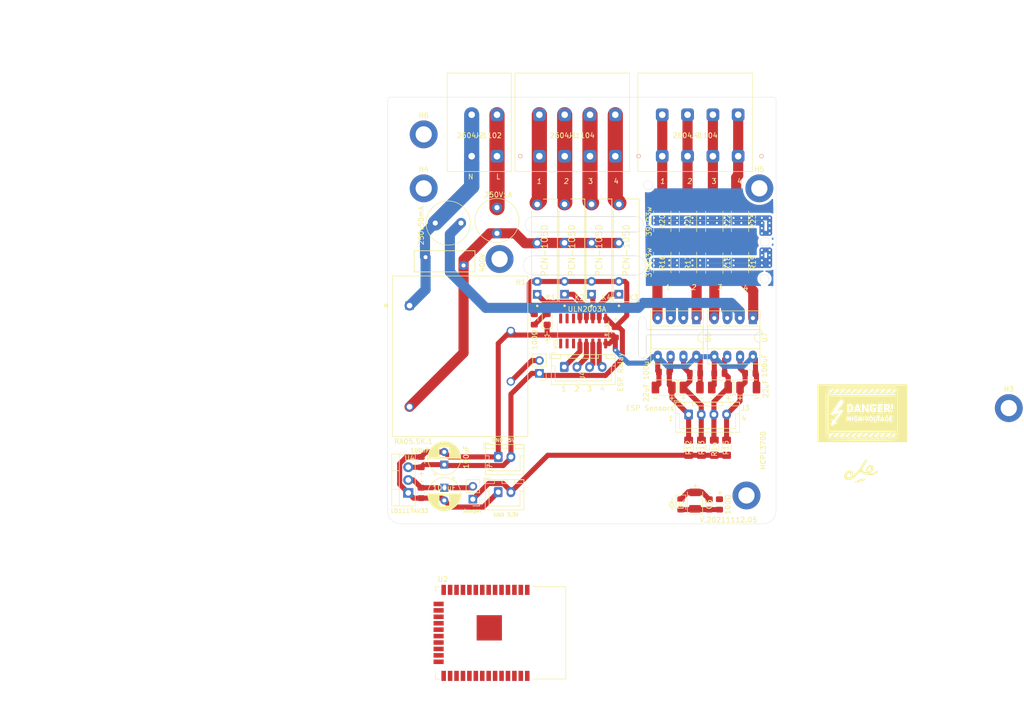
<source format=kicad_pcb>
(kicad_pcb (version 20171130) (host pcbnew "(5.1.12)-1")
  (layers (0 F.Cu signal) (31 B.Cu signal) (34 B.Paste user hide) (35 F.Paste user hide) (36 B.SilkS user) (37 F.SilkS user) (38 B.Mask user hide) (39 F.Mask user) (44 Edge.Cuts user))
  (net 0 "")
  (net 1 "220VAC(L)")
  (net 2 "220VAC(N)")
  (net 3 5V+)
  (net 4 3.3V+)
  (net 5 Sens4)
  (net 6 Sens3)
  (net 7 Sens2)
  (net 8 Sens1)
  (net 9 REO4)
  (net 10 REO3)
  (net 11 REO2)
  (net 12 REO1)
  (net 13 "GND(5V)")
  (net 14 REI1)
  (net 15 REI2)
  (net 16 REI3)
  (net 17 REI4)
  (net 18 EspSens1)
  (net 19 EspSens2)
  (net 20 EspSens3)
  (net 21 EspSens4)
  (net 22 EspRel1)
  (net 23 EspRel2)
  (net 24 EspRel3)
  (net 25 EspRel4)
  (net 26 "Net-(100uF_2-Pad1)")
  (net 27 "Net-(R16-Pad2)")
  (net 28 L_IN)
  (net 29 N_IN)
  (net 30 "Net-(C5-Pad2)")
  (net 31 "Net-(C5-Pad1)")
  (net 32 "Net-(D2-Pad2)")
  (net 33 "Net-(J8-Pad2)")
  (net 34 "Net-(R16-Pad1)")
  (net 35 "Net-(R17-Pad2)")
  (net 36 "Net-(R17-Pad1)")
  (net 37 "Net-(R18-Pad2)")
  (net 38 "Net-(R18-Pad1)")
  (net 39 "Net-(R19-Pad2)")
  (net 40 "Net-(R19-Pad1)")
  (net 41 "Net-(U2-Pad1)")
  (module Package_DIP:DIP-8_W7.62mm_Socket_LongPads (layer F.Cu) (at 197.2945 111.0615 270)
    (fp_text reference U7 (at 3.81 -2.33 90) (layer F.SilkS))
    (fp_text value LDA210-PDIP)
    (pad 8 thru_hole oval (at 7.62 0 270) (size 2.4 1.6) (drill 0.8) (layers *.Cu *.Mask) (net 13 "GND(5V)"))
    (pad 4 thru_hole oval (at 0 7.62 270) (size 2.4 1.6) (drill 0.8) (layers *.Cu *.Mask) (net 37 "Net-(R18-Pad2)"))
    (pad 7 thru_hole oval (at 7.62 2.54 270) (size 2.4 1.6) (drill 0.8) (layers *.Cu *.Mask) (net 21 EspSens4))
    (pad 3 thru_hole oval (at 0 5.08 270) (size 2.4 1.6) (drill 0.8) (layers *.Cu *.Mask) (net 2 "220VAC(N)"))
    (pad 6 thru_hole oval (at 7.62 5.08 270) (size 2.4 1.6) (drill 0.8) (layers *.Cu *.Mask) (net 20 EspSens3))
    (pad 2 thru_hole oval (at 0 2.54 270) (size 2.4 1.6) (drill 0.8) (layers *.Cu *.Mask) (net 2 "220VAC(N)"))
    (pad 5 thru_hole oval (at 7.62 7.62 270) (size 2.4 1.6) (drill 0.8) (layers *.Cu *.Mask) (net 13 "GND(5V)"))
    (pad 1 thru_hole rect (at 0 0 270) (size 2.4 1.6) (drill 0.8) (layers *.Cu *.Mask) (net 39 "Net-(R19-Pad2)"))
  )
  (module RF_Module:ESP32-WROOM-32 (layer F.Cu) (at 144.4695 173.2755 270)
    (fp_text reference U2 (at -10.61 8.43) (layer F.SilkS))
    (fp_text value ESP32-WROOM-32D)
    (pad 38 smd rect (at 8.5 -8.255 270) (size 2 0.9) (layers F.Cu F.Paste F.Mask) (net 41 "Net-(U2-Pad1)"))
    (pad 37 smd rect (at 8.5 -6.985 270) (size 2 0.9) (layers F.Cu F.Paste F.Mask))
    (pad 36 smd rect (at 8.5 -5.715 270) (size 2 0.9) (layers F.Cu F.Paste F.Mask))
    (pad 35 smd rect (at 8.5 -4.445 270) (size 2 0.9) (layers F.Cu F.Paste F.Mask))
    (pad 34 smd rect (at 8.5 -3.175 270) (size 2 0.9) (layers F.Cu F.Paste F.Mask))
    (pad 33 smd rect (at 8.5 -1.905 270) (size 2 0.9) (layers F.Cu F.Paste F.Mask))
    (pad 32 smd rect (at 8.5 -0.635 270) (size 2 0.9) (layers F.Cu F.Paste F.Mask))
    (pad 31 smd rect (at 8.5 0.635 270) (size 2 0.9) (layers F.Cu F.Paste F.Mask))
    (pad 30 smd rect (at 8.5 1.905 270) (size 2 0.9) (layers F.Cu F.Paste F.Mask))
    (pad 29 smd rect (at 8.5 3.175 270) (size 2 0.9) (layers F.Cu F.Paste F.Mask))
    (pad 28 smd rect (at 8.5 4.445 270) (size 2 0.9) (layers F.Cu F.Paste F.Mask))
    (pad 27 smd rect (at 8.5 5.715 270) (size 2 0.9) (layers F.Cu F.Paste F.Mask))
    (pad 26 smd rect (at 8.5 6.985 270) (size 2 0.9) (layers F.Cu F.Paste F.Mask))
    (pad 25 smd rect (at 8.5 8.255 270) (size 2 0.9) (layers F.Cu F.Paste F.Mask))
    (pad 24 smd rect (at 5.715 9.255) (size 2 0.9) (layers F.Cu F.Paste F.Mask))
    (pad 23 smd rect (at 4.445 9.255) (size 2 0.9) (layers F.Cu F.Paste F.Mask))
    (pad 22 smd rect (at 3.175 9.255) (size 2 0.9) (layers F.Cu F.Paste F.Mask))
    (pad 21 smd rect (at 1.905 9.255) (size 2 0.9) (layers F.Cu F.Paste F.Mask))
    (pad 20 smd rect (at 0.635 9.255) (size 2 0.9) (layers F.Cu F.Paste F.Mask))
    (pad 19 smd rect (at -0.635 9.255) (size 2 0.9) (layers F.Cu F.Paste F.Mask))
    (pad 18 smd rect (at -1.905 9.255) (size 2 0.9) (layers F.Cu F.Paste F.Mask))
    (pad 17 smd rect (at -3.175 9.255) (size 2 0.9) (layers F.Cu F.Paste F.Mask))
    (pad 16 smd rect (at -4.445 9.255) (size 2 0.9) (layers F.Cu F.Paste F.Mask))
    (pad 15 smd rect (at -5.715 9.255) (size 2 0.9) (layers F.Cu F.Paste F.Mask) (net 41 "Net-(U2-Pad1)"))
    (pad 14 smd rect (at -8.5 8.255 270) (size 2 0.9) (layers F.Cu F.Paste F.Mask))
    (pad 13 smd rect (at -8.5 6.985 270) (size 2 0.9) (layers F.Cu F.Paste F.Mask))
    (pad 12 smd rect (at -8.5 5.715 270) (size 2 0.9) (layers F.Cu F.Paste F.Mask))
    (pad 11 smd rect (at -8.5 4.445 270) (size 2 0.9) (layers F.Cu F.Paste F.Mask))
    (pad 10 smd rect (at -8.5 3.175 270) (size 2 0.9) (layers F.Cu F.Paste F.Mask))
    (pad 9 smd rect (at -8.5 1.905 270) (size 2 0.9) (layers F.Cu F.Paste F.Mask))
    (pad 8 smd rect (at -8.5 0.635 270) (size 2 0.9) (layers F.Cu F.Paste F.Mask))
    (pad 7 smd rect (at -8.5 -0.635 270) (size 2 0.9) (layers F.Cu F.Paste F.Mask))
    (pad 6 smd rect (at -8.5 -1.905 270) (size 2 0.9) (layers F.Cu F.Paste F.Mask))
    (pad 5 smd rect (at -8.5 -3.175 270) (size 2 0.9) (layers F.Cu F.Paste F.Mask))
    (pad 4 smd rect (at -8.5 -4.445 270) (size 2 0.9) (layers F.Cu F.Paste F.Mask))
    (pad 3 smd rect (at -8.5 -5.715 270) (size 2 0.9) (layers F.Cu F.Paste F.Mask))
    (pad 2 smd rect (at -8.5 -6.985 270) (size 2 0.9) (layers F.Cu F.Paste F.Mask))
    (pad 1 smd rect (at -8.5 -8.255 270) (size 2 0.9) (layers F.Cu F.Paste F.Mask) (net 41 "Net-(U2-Pad1)"))
    (pad 39 smd rect (at -1 -0.755 270) (size 5 5) (layers F.Cu F.Paste F.Mask) (net 41 "Net-(U2-Pad1)"))
  )
  (module Package_DIP:DIP-8_W7.62mm_Socket_LongPads (layer F.Cu) (at 186.1185 111.0615 270)
    (fp_text reference U6 (at 3.81 -2.33 90) (layer F.SilkS))
    (fp_text value LDA210-PDIP)
    (pad 8 thru_hole oval (at 7.62 0 270) (size 2.4 1.6) (drill 0.8) (layers *.Cu *.Mask) (net 13 "GND(5V)"))
    (pad 4 thru_hole oval (at 0 7.62 270) (size 2.4 1.6) (drill 0.8) (layers *.Cu *.Mask) (net 27 "Net-(R16-Pad2)"))
    (pad 7 thru_hole oval (at 7.62 2.54 270) (size 2.4 1.6) (drill 0.8) (layers *.Cu *.Mask) (net 19 EspSens2))
    (pad 3 thru_hole oval (at 0 5.08 270) (size 2.4 1.6) (drill 0.8) (layers *.Cu *.Mask) (net 2 "220VAC(N)"))
    (pad 6 thru_hole oval (at 7.62 5.08 270) (size 2.4 1.6) (drill 0.8) (layers *.Cu *.Mask) (net 18 EspSens1))
    (pad 2 thru_hole oval (at 0 2.54 270) (size 2.4 1.6) (drill 0.8) (layers *.Cu *.Mask) (net 2 "220VAC(N)"))
    (pad 5 thru_hole oval (at 7.62 7.62 270) (size 2.4 1.6) (drill 0.8) (layers *.Cu *.Mask) (net 13 "GND(5V)"))
    (pad 1 thru_hole rect (at 0 0 270) (size 2.4 1.6) (drill 0.8) (layers *.Cu *.Mask) (net 35 "Net-(R17-Pad2)"))
  )
  (module Resistor_SMD:R_2512_6332Metric_Pad1.52x3.35mm_HandSolder (layer F.Cu) (at 194.7545 91.951 270)
    (fp_text reference R23 (at 0 -2.62 90) (layer F.SilkS))
    (fp_text value 39kΩ3w)
    (pad 2 smd roundrect (at 2.9875 0 270) (size 1.525 3.35) (layers F.Cu F.Paste F.Mask) (roundrect_rratio 0.163934) (net 40 "Net-(R19-Pad1)"))
    (pad 1 smd roundrect (at -2.9875 0 270) (size 1.525 3.35) (layers F.Cu F.Paste F.Mask) (roundrect_rratio 0.163934) (net 5 Sens4))
  )
  (module Resistor_SMD:R_2512_6332Metric_Pad1.52x3.35mm_HandSolder (layer F.Cu) (at 189.6745 91.951 270)
    (fp_text reference R22 (at 0 -2.62 90) (layer F.SilkS))
    (fp_text value 39kΩ3w)
    (pad 2 smd roundrect (at 2.9875 0 270) (size 1.525 3.35) (layers F.Cu F.Paste F.Mask) (roundrect_rratio 0.163934) (net 38 "Net-(R18-Pad1)"))
    (pad 1 smd roundrect (at -2.9875 0 270) (size 1.525 3.35) (layers F.Cu F.Paste F.Mask) (roundrect_rratio 0.163934) (net 6 Sens3))
  )
  (module Resistor_SMD:R_2512_6332Metric_Pad1.52x3.35mm_HandSolder (layer F.Cu) (at 194.7545 100.079 270)
    (fp_text reference R19 (at 0 -2.62 90) (layer F.SilkS))
    (fp_text value 39kΩ3w)
    (pad 2 smd roundrect (at 2.9875 0 270) (size 1.525 3.35) (layers F.Cu F.Paste F.Mask) (roundrect_rratio 0.163934) (net 39 "Net-(R19-Pad2)"))
    (pad 1 smd roundrect (at -2.9875 0 270) (size 1.525 3.35) (layers F.Cu F.Paste F.Mask) (roundrect_rratio 0.163934) (net 40 "Net-(R19-Pad1)"))
  )
  (module Resistor_SMD:R_2512_6332Metric_Pad1.52x3.35mm_HandSolder (layer F.Cu) (at 189.6745 100.206 270)
    (fp_text reference R18 (at 0 -2.62 90) (layer F.SilkS))
    (fp_text value 39kΩ3w)
    (pad 2 smd roundrect (at 2.9875 0 270) (size 1.525 3.35) (layers F.Cu F.Paste F.Mask) (roundrect_rratio 0.163934) (net 37 "Net-(R18-Pad2)"))
    (pad 1 smd roundrect (at -2.9875 0 270) (size 1.525 3.35) (layers F.Cu F.Paste F.Mask) (roundrect_rratio 0.163934) (net 38 "Net-(R18-Pad1)"))
  )
  (module Resistor_SMD:R_1206_3216Metric_Pad1.42x1.75mm_HandSolder (layer F.Cu) (at 192.0875 136.679 270)
    (fp_text reference R15 (at 0 0.127 90) (layer F.SilkS))
    (fp_text value 10kΩ)
    (pad 2 smd roundrect (at 1.4875 0 270) (size 1.425 1.75) (layers F.Cu F.Paste F.Mask) (roundrect_rratio 0.175439) (net 4 3.3V+))
    (pad 1 smd roundrect (at -1.4875 0 270) (size 1.425 1.75) (layers F.Cu F.Paste F.Mask) (roundrect_rratio 0.175439) (net 21 EspSens4))
  )
  (module Resistor_SMD:R_1206_3216Metric_Pad1.42x1.75mm_HandSolder (layer F.Cu) (at 189.6745 136.679 90)
    (fp_text reference R14 (at -0.2905 0 90) (layer F.SilkS))
    (fp_text value 10kΩ)
    (pad 2 smd roundrect (at 1.4875 0 90) (size 1.425 1.75) (layers F.Cu F.Paste F.Mask) (roundrect_rratio 0.175439) (net 20 EspSens3))
    (pad 1 smd roundrect (at -1.4875 0 90) (size 1.425 1.75) (layers F.Cu F.Paste F.Mask) (roundrect_rratio 0.175439) (net 4 3.3V+))
  )
  (module Capacitor_Tantalum_SMD:CP_EIA-3528-21_Kemet-B_Pad1.50x2.35mm_HandSolder (layer F.Cu) (at 196.3795 124.7775)
    (fp_text reference C14 hide)
    (fp_text value 22uF (at 3.455 0.254 270) (layer F.SilkS))
    (fp_text user + (at -1.625 2.032) (layer F.SilkS))
    (fp_text user - (at 1.677 2.032) (layer F.SilkS))
    (pad 2 smd roundrect (at 1.625 0) (size 1.5 2.35) (layers F.Cu F.Paste F.Mask) (roundrect_rratio 0.166667) (net 13 "GND(5V)"))
    (pad 1 smd roundrect (at -1.625 0) (size 1.5 2.35) (layers F.Cu F.Paste F.Mask) (roundrect_rratio 0.166667) (net 21 EspSens4))
  )
  (module Capacitor_Tantalum_SMD:CP_EIA-3528-21_Kemet-B_Pad1.50x2.35mm_HandSolder (layer F.Cu) (at 190.7915 124.7775 180)
    (fp_text reference C13 hide)
    (fp_text value 22uF hide)
    (fp_text user + (at -1.677 -2.032 180) (layer F.SilkS))
    (fp_text user - (at 1.625 -2.032 180) (layer F.SilkS))
    (pad 2 smd roundrect (at 1.625 0 180) (size 1.5 2.35) (layers F.Cu F.Paste F.Mask) (roundrect_rratio 0.166667) (net 13 "GND(5V)"))
    (pad 1 smd roundrect (at -1.625 0 180) (size 1.5 2.35) (layers F.Cu F.Paste F.Mask) (roundrect_rratio 0.166667) (net 20 EspSens3))
  )
  (module Capacitor_SMD:C_0805_2012Metric_Pad1.15x1.40mm_HandSolder (layer F.Cu) (at 196.7775 121.9835)
    (fp_text reference C10 hide)
    (fp_text value 100uF (at 2.803 -1.524 90) (layer F.SilkS))
    (pad 2 smd roundrect (at 1.025 0) (size 1.15 1.4) (layers F.Cu F.Paste F.Mask) (roundrect_rratio 0.217391) (net 13 "GND(5V)"))
    (pad 1 smd roundrect (at -1.025 0) (size 1.15 1.4) (layers F.Cu F.Paste F.Mask) (roundrect_rratio 0.217391) (net 21 EspSens4))
  )
  (module Capacitor_SMD:C_0805_2012Metric_Pad1.15x1.40mm_HandSolder (layer F.Cu) (at 190.6815 121.9835 180)
    (fp_text reference C9 hide)
    (fp_text value 100uF)
    (pad 2 smd roundrect (at 1.025 0 180) (size 1.15 1.4) (layers F.Cu F.Paste F.Mask) (roundrect_rratio 0.217391) (net 13 "GND(5V)"))
    (pad 1 smd roundrect (at -1.025 0 180) (size 1.15 1.4) (layers F.Cu F.Paste F.Mask) (roundrect_rratio 0.217391) (net 20 EspSens3))
  )
  (module Capacitor_SMD:C_0805_2012Metric_Pad1.15x1.40mm_HandSolder (layer F.Cu) (at 185.8555 121.9835)
    (fp_text reference C8 hide)
    (fp_text value 100uF)
    (pad 2 smd roundrect (at 1.025 0) (size 1.15 1.4) (layers F.Cu F.Paste F.Mask) (roundrect_rratio 0.217391) (net 13 "GND(5V)"))
    (pad 1 smd roundrect (at -1.025 0) (size 1.15 1.4) (layers F.Cu F.Paste F.Mask) (roundrect_rratio 0.217391) (net 19 EspSens2))
  )
  (module Capacitor_SMD:C_0805_2012Metric_Pad1.15x1.40mm_HandSolder (layer F.Cu) (at 179.7595 121.7295 180)
    (fp_text reference C7 hide)
    (fp_text value 100uF (at 3.547 0.762 270) (layer F.SilkS))
    (pad 2 smd roundrect (at 1.025 0 180) (size 1.15 1.4) (layers F.Cu F.Paste F.Mask) (roundrect_rratio 0.217391) (net 13 "GND(5V)"))
    (pad 1 smd roundrect (at -1.025 0 180) (size 1.15 1.4) (layers F.Cu F.Paste F.Mask) (roundrect_rratio 0.217391) (net 18 EspSens1))
  )
  (module MountingHole:MountingHole_3.2mm_M3_ISO14580_Pad (layer F.Cu) (at 132.2705 74.7395)
    (fp_text reference H6 (at 0 -3.75) (layer F.SilkS))
    (fp_text value MountingHole_Pad)
    (pad 1 thru_hole circle (at 0 0) (size 5.5 5.5) (drill 3.2) (layers *.Cu *.Mask))
  )
  (module MountingHole:MountingHole_3.2mm_M3_ISO14580_Pad (layer F.Cu) (at 198.5645 85.4075)
    (fp_text reference H5 (at 0 -3.75) (layer F.SilkS))
    (fp_text value MountingHole_Pad)
    (pad 1 thru_hole circle (at 0 0) (size 5.5 5.5) (drill 3.2) (layers *.Cu *.Mask))
  )
  (module MountingHole:MountingHole_3.2mm_M3_ISO14580_Pad (layer F.Cu) (at 132.2705 85.4075)
    (fp_text reference H4 (at 0 -3.75) (layer F.SilkS))
    (fp_text value MountingHole_Pad)
    (pad 1 thru_hole circle (at 0 0) (size 5.5 5.5) (drill 3.2) (layers *.Cu *.Mask))
  )
  (module wago-2604-1104:big_pads_2604-1104 (layer F.Cu) (at 194.3875 79.0575 180)
    (fp_text reference J9 (at 8.499998 4.099999) (layer F.SilkS))
    (fp_text value 2604-1104 (at 8.499998 4.099999) (layer F.SilkS))
    (fp_text user * (at 0 0) (layer F.SilkS))
    (pad 1 thru_hole roundrect (at 0 0 180) (size 2.5 2.5) (drill 1.2954) (layers *.Cu *.Mask) (net 5 Sens4))
    (pad 3 thru_hole roundrect (at 5 0 180) (size 2.5 2.5) (drill 1.2954) (layers *.Cu *.Mask) (net 6 Sens3))
    (pad 5 thru_hole roundrect (at 10 0 180) (size 2.5 2.5) (drill 1.2954) (layers *.Cu *.Mask) (net 7 Sens2))
    (pad 7 thru_hole roundrect (at 15 0 180) (size 2.5 2.5) (drill 1.2954) (layers *.Cu *.Mask) (net 8 Sens1))
    (pad 2 thru_hole roundrect (at 0 8.199999 180) (size 2.5 2.5) (drill 1.2954) (layers *.Cu *.Mask) (net 5 Sens4))
    (pad 4 thru_hole roundrect (at 5 8.199999 180) (size 2.5 2.5) (drill 1.2954) (layers *.Cu *.Mask) (net 6 Sens3))
    (pad 6 thru_hole roundrect (at 10 8.199999 180) (size 2.5 2.5) (drill 1.2954) (layers *.Cu *.Mask) (net 7 Sens2))
    (pad 8 thru_hole roundrect (at 15 8.199999 180) (size 2.5 2.5) (drill 1.2954) (layers *.Cu *.Mask) (net 8 Sens1))
  )
  (module wago-2604-1102:big_pads_2604-1102 (layer F.Cu) (at 146.7485 79.0575 180)
    (fp_text reference J2 (at 3.499998 4.099999) (layer F.SilkS))
    (fp_text value 2604-1102 (at 3.499998 4.099999) (layer F.SilkS))
    (fp_text user * (at 0 0) (layer F.SilkS))
    (pad 1 thru_hole roundrect (at 0 0 180) (size 2.5 2.5) (drill 1.2954) (layers *.Cu *.Mask) (net 28 L_IN))
    (pad 3 thru_hole roundrect (at 5 0 180) (size 2.5 2.5) (drill 1.2954) (layers *.Cu *.Mask) (net 29 N_IN))
    (pad 2 thru_hole roundrect (at 0 8.199999 180) (size 2.5 2.5) (drill 1.2954) (layers *.Cu *.Mask) (net 28 L_IN))
    (pad 4 thru_hole roundrect (at 5 8.199999 180) (size 2.5 2.5) (drill 1.2954) (layers *.Cu *.Mask) (net 29 N_IN))
  )
  (module wago-2604-1104:big_pads_2604-1104 (layer F.Cu) (at 170.1165 79.0575 180)
    (fp_text reference J1 (at 8.499998 4.099999) (layer F.SilkS))
    (fp_text value 2604-1104 (at 8.499998 4.099999) (layer F.SilkS))
    (fp_text user * (at 0 0) (layer F.SilkS))
    (pad 1 thru_hole roundrect (at 0 0 180) (size 2.5 2.5) (drill 1.2954) (layers *.Cu *.Mask) (net 9 REO4))
    (pad 3 thru_hole roundrect (at 5 0 180) (size 2.5 2.5) (drill 1.2954) (layers *.Cu *.Mask) (net 10 REO3))
    (pad 5 thru_hole roundrect (at 10 0 180) (size 2.5 2.5) (drill 1.2954) (layers *.Cu *.Mask) (net 11 REO2))
    (pad 7 thru_hole roundrect (at 15 0 180) (size 2.5 2.5) (drill 1.2954) (layers *.Cu *.Mask) (net 12 REO1))
    (pad 2 thru_hole roundrect (at 0 8.199999 180) (size 2.5 2.5) (drill 1.2954) (layers *.Cu *.Mask) (net 9 REO4))
    (pad 4 thru_hole roundrect (at 5 8.199999 180) (size 2.5 2.5) (drill 1.2954) (layers *.Cu *.Mask) (net 10 REO3))
    (pad 6 thru_hole roundrect (at 10 8.199999 180) (size 2.5 2.5) (drill 1.2954) (layers *.Cu *.Mask) (net 11 REO2))
    (pad 8 thru_hole roundrect (at 15 8.199999 180) (size 2.5 2.5) (drill 1.2954) (layers *.Cu *.Mask) (net 12 REO1))
  )
  (module PCN:bigpads_TE_Connectivity-PCN-124D (layer F.Cu) (at 156.136 97.682499 90)
    (fp_text reference K1 (at -9.315001 2.2965) (layer F.SilkS) (effects (justify right)))
    (fp_text value PCN-105D (at 0 0 90) (layer F.SilkS) (effects (font (size 1.27 1.27))))
    (pad A1 thru_hole rect (at -8.680001 -1.45 90) (size 1.7 1.7) (drill 0.9) (layers *.Cu *.Mask) (net 14 REI1))
    (pad A2 thru_hole oval (at -6.140001 -1.45 90) (size 1.7 1.95) (drill 0.9) (layers *.Cu *.Mask) (net 3 5V+))
    (pad 14 thru_hole circle (at 1.479999 -1.45 90) (size 2 2) (drill 1.1) (layers *.Cu *.Mask) (net 1 "220VAC(L)"))
    (pad 11 thru_hole circle (at 9.099999 -1.45 90) (size 2 2) (drill 1.1) (layers *.Cu *.Mask) (net 12 REO1))
  )
  (module PCN:bigpads_TE_Connectivity-PCN-124D (layer F.Cu) (at 172.2755 97.663 90)
    (fp_text reference K3 (at -9.3345 0.381 180) (layer F.SilkS) (effects (justify left)))
    (fp_text value PCN-105D (at 0 0 90) (layer F.SilkS) (effects (font (size 1.27 1.27))))
    (pad A1 thru_hole rect (at -8.680001 -1.45 90) (size 1.7 1.7) (drill 0.9) (layers *.Cu *.Mask) (net 17 REI4))
    (pad A2 thru_hole circle (at -6.140001 -1.45 90) (size 1.7 1.7) (drill 0.9) (layers *.Cu *.Mask) (net 3 5V+))
    (pad 14 thru_hole circle (at 1.479999 -1.45 90) (size 2 2) (drill 1.1) (layers *.Cu *.Mask) (net 1 "220VAC(L)"))
    (pad 11 thru_hole circle (at 9.099999 -1.45 90) (size 2 2) (drill 1.1) (layers *.Cu *.Mask) (net 9 REO4))
  )
  (module PCN:bigpads_TE_Connectivity-PCN-124D (layer F.Cu) (at 166.878 97.663 90)
    (fp_text reference K4 (at -9.3345 0.4445 180) (layer F.SilkS) (effects (justify left)))
    (fp_text value PCN-105D (at 0 0 90) (layer F.SilkS) (effects (font (size 1.27 1.27))))
    (pad A1 thru_hole rect (at -8.680001 -1.45 90) (size 1.7 1.7) (drill 0.9) (layers *.Cu *.Mask) (net 16 REI3))
    (pad A2 thru_hole circle (at -6.140001 -1.45 90) (size 1.7 1.7) (drill 0.9) (layers *.Cu *.Mask) (net 3 5V+))
    (pad 14 thru_hole circle (at 1.479999 -1.45 90) (size 2 2) (drill 1.1) (layers *.Cu *.Mask) (net 1 "220VAC(L)"))
    (pad 11 thru_hole circle (at 9.099999 -1.45 90) (size 2 2) (drill 1.1) (layers *.Cu *.Mask) (net 10 REO3))
  )
  (module PCN:bigpads_TE_Connectivity-PCN-124D (layer F.Cu) (at 161.5335 97.663 90)
    (fp_text reference K2 (at -9.3345 0.455 180) (layer F.SilkS) (effects (justify left)))
    (fp_text value PCN-105D (at 0 0 90) (layer F.SilkS) (effects (font (size 1.27 1.27))))
    (pad A1 thru_hole rect (at -8.680001 -1.45 90) (size 1.7 1.7) (drill 0.9) (layers *.Cu *.Mask) (net 15 REI2))
    (pad A2 thru_hole circle (at -6.140001 -1.45 90) (size 1.7 1.7) (drill 0.9) (layers *.Cu *.Mask) (net 3 5V+))
    (pad 14 thru_hole circle (at 1.479999 -1.45 90) (size 2 2) (drill 1.1) (layers *.Cu *.Mask) (net 1 "220VAC(L)"))
    (pad 11 thru_hole circle (at 9.099999 -1.45 90) (size 2 2) (drill 1.1) (layers *.Cu *.Mask) (net 11 REO2))
  )
  (module icons:led_6000dpi (layer F.Cu) (at 181.1655 147.828 90)
    (fp_text reference G*** hide)
    (fp_text value LOGO hide)
  )
  (module Resistor_SMD:R_0805_2012Metric_Pad1.15x1.40mm_HandSolder (layer F.Cu) (at 190.6905 147.8825 90)
    (fp_text reference R9)
    (fp_text value 100Ω (at 0 1.65 90) (layer F.SilkS))
    (fp_text user + (at 2.277 0 90) (layer F.SilkS))
    (pad 2 smd roundrect (at 1.025 0 90) (size 1.15 1.4) (layers F.Cu F.Paste F.Mask) (roundrect_rratio 0.217391))
    (pad 1 smd roundrect (at -1.025 0 90) (size 1.15 1.4) (layers F.Cu F.Paste F.Mask) (roundrect_rratio 0.217391) (net 31 "Net-(C5-Pad1)"))
  )
  (module LED_SMD:LED_0805_2012Metric_Pad1.15x1.40mm_HandSolder (layer F.Cu) (at 183.0705 147.8825 270)
    (fp_text reference D1 (at 0 0 90) (layer F.SilkS))
    (fp_text value LED)
    (pad 2 smd roundrect (at 1.025 0 270) (size 1.15 1.4) (layers F.Cu F.Paste F.Mask) (roundrect_rratio 0.217391) (net 31 "Net-(C5-Pad1)"))
    (pad 1 smd roundrect (at -1.025 0 270) (size 1.15 1.4) (layers F.Cu F.Paste F.Mask) (roundrect_rratio 0.217391) (net 30 "Net-(C5-Pad2)"))
  )
  (module Capacitor_Tantalum_SMD:CP_EIA-3528-21_Kemet-B_Pad1.50x2.35mm_HandSolder (layer F.Cu) (at 185.8645 147.1295 90)
    (fp_text reference C6)
    (fp_text value 22uF)
    (fp_text user + (at 2.895 0 270) (layer F.SilkS))
    (pad 2 smd roundrect (at 1.625 0 90) (size 1.5 2.35) (layers F.Cu F.Paste F.Mask) (roundrect_rratio 0.166667) (net 30 "Net-(C5-Pad2)"))
    (pad 1 smd roundrect (at -1.625 0 90) (size 1.5 2.35) (layers F.Cu F.Paste F.Mask) (roundrect_rratio 0.166667) (net 31 "Net-(C5-Pad1)"))
  )
  (module Capacitor_SMD:C_0805_2012Metric_Pad1.15x1.40mm_HandSolder (layer F.Cu) (at 188.6585 147.8825 90)
    (fp_text reference C5 (at 0 0 90) (layer F.SilkS))
    (fp_text value 100nF)
    (fp_text user - (at 2.277 0 180) (layer F.SilkS))
    (pad 2 smd roundrect (at 1.025 0 90) (size 1.15 1.4) (layers F.Cu F.Paste F.Mask) (roundrect_rratio 0.217391) (net 30 "Net-(C5-Pad2)"))
    (pad 1 smd roundrect (at -1.025 0 90) (size 1.15 1.4) (layers F.Cu F.Paste F.Mask) (roundrect_rratio 0.217391) (net 31 "Net-(C5-Pad1)"))
  )
  (module Capacitor_SMD:C_0805_2012Metric_Pad1.15x1.40mm_HandSolder (layer F.Cu) (at 131.7625 139.5185 90)
    (fp_text reference C2)
    (fp_text value 100nF (at 2.295 -0.254 180) (layer F.SilkS) (effects (font (size 0.8 0.8))))
    (fp_text user + (at -2.277 0 270) (layer F.SilkS))
    (pad 2 smd roundrect (at 1.025 0 90) (size 1.15 1.4) (layers F.Cu F.Paste F.Mask) (roundrect_rratio 0.217391) (net 13 "GND(5V)"))
    (pad 1 smd roundrect (at -1.025 0 90) (size 1.15 1.4) (layers F.Cu F.Paste F.Mask) (roundrect_rratio 0.217391) (net 3 5V+))
  )
  (module Capacitor_SMD:C_0805_2012Metric_Pad1.15x1.40mm_HandSolder (layer F.Cu) (at 131.7625 145.6145 270)
    (fp_text reference C3)
    (fp_text value 100nF)
    (fp_text user + (at -2.295 0 270) (layer F.SilkS))
    (pad 2 smd roundrect (at 1.025 0 270) (size 1.15 1.4) (layers F.Cu F.Paste F.Mask) (roundrect_rratio 0.217391) (net 13 "GND(5V)"))
    (pad 1 smd roundrect (at -1.025 0 270) (size 1.15 1.4) (layers F.Cu F.Paste F.Mask) (roundrect_rratio 0.217391) (net 26 "Net-(100uF_2-Pad1)"))
  )
  (module Capacitor_THT:CP_Radial_D6.3mm_P2.50mm (layer F.Cu) (at 136.3345 144.5895 270)
    (fp_text reference 100uF_2 hide)
    (fp_text value 100uF hide)
    (fp_text user 100uF (at 0 0) (layer F.SilkS))
    (pad 2 thru_hole circle (at 2.5 0 270) (size 1.6 1.6) (drill 0.8) (layers *.Cu *.Mask) (net 13 "GND(5V)"))
    (pad 1 thru_hole rect (at 0 0 270) (size 1.6 1.6) (drill 0.8) (layers *.Cu *.Mask) (net 26 "Net-(100uF_2-Pad1)"))
  )
  (module Capacitor_THT:CP_Radial_D6.3mm_P2.50mm (layer F.Cu) (at 136.3345 140.0175 90)
    (fp_text reference 100uF_1 hide)
    (fp_text value 100uF hide)
    (fp_text user 100uF (at 1.524 4.318 270) (layer F.SilkS))
    (pad 2 thru_hole circle (at 2.5 0 90) (size 1.6 1.6) (drill 0.8) (layers *.Cu *.Mask) (net 13 "GND(5V)"))
    (pad 1 thru_hole rect (at 0 0 90) (size 1.6 1.6) (drill 0.8) (layers *.Cu *.Mask) (net 3 5V+))
  )
  (module Package_TO_SOT_THT:TO-220-3_Vertical (layer F.Cu) (at 129.2225 145.6055 90)
    (fp_text reference U4 (at 6.858 0.254 180) (layer F.SilkS))
    (fp_text value LD1117AV33_TO220)
    (pad 3 thru_hole oval (at 5.08 0 90) (size 1.905 2) (drill 1.1) (layers *.Cu *.Mask) (net 3 5V+))
    (pad 2 thru_hole oval (at 2.54 0 90) (size 1.905 2) (drill 1.1) (layers *.Cu *.Mask) (net 26 "Net-(100uF_2-Pad1)"))
    (pad 1 thru_hole rect (at 0 0 90) (size 1.905 2) (drill 1.1) (layers *.Cu *.Mask) (net 13 "GND(5V)"))
  )
  (module Connector_JST:JST_XH_B4B-XH-A_1x04_P2.50mm_Vertical (layer F.Cu) (at 184.5945 130.1115)
    (fp_text reference J3 (at 11.176 -1.27 180) (layer F.SilkS))
    (fp_text value "ESP Sensors" (at -7.62 -1.27) (layer F.SilkS))
    (pad 4 thru_hole oval (at 7.5 0) (size 1.7 1.95) (drill 0.95) (layers *.Cu *.Mask) (net 21 EspSens4))
    (pad 3 thru_hole oval (at 5 0) (size 1.7 1.95) (drill 0.95) (layers *.Cu *.Mask) (net 20 EspSens3))
    (pad 2 thru_hole oval (at 2.5 0) (size 1.7 1.95) (drill 0.95) (layers *.Cu *.Mask) (net 19 EspSens2))
    (pad 1 thru_hole roundrect (at 0 0) (size 1.7 1.95) (drill 0.95) (layers *.Cu *.Mask) (roundrect_rratio 0.147059) (net 18 EspSens1))
  )
  (module LED_SMD:LED_0805_2012Metric_Pad1.15x1.40mm_HandSolder (layer F.Cu) (at 156.6545 111.3065 90)
    (fp_text reference D2 hide)
    (fp_text value LED hide)
    (pad 2 smd roundrect (at 1.025 0 90) (size 1.15 1.4) (layers F.Cu F.Paste F.Mask) (roundrect_rratio 0.217391) (net 32 "Net-(D2-Pad2)"))
    (pad 1 smd roundrect (at -1.025 0 90) (size 1.15 1.4) (layers F.Cu F.Paste F.Mask) (roundrect_rratio 0.217391) (net 13 "GND(5V)"))
  )
  (module Resistor_SMD:R_0805_2012Metric_Pad1.15x1.40mm_HandSolder (layer F.Cu) (at 154.1145 111.3155 90)
    (fp_text reference R11 hide)
    (fp_text value 100Ω (at -4.0132 0.0762 90) (layer F.SilkS))
    (pad 2 smd roundrect (at 1.025 0 90) (size 1.15 1.4) (layers F.Cu F.Paste F.Mask) (roundrect_rratio 0.217391) (net 3 5V+))
    (pad 1 smd roundrect (at -1.025 0 90) (size 1.15 1.4) (layers F.Cu F.Paste F.Mask) (roundrect_rratio 0.217391) (net 32 "Net-(D2-Pad2)"))
  )
  (module Capacitor_SMD:C_0805_2012Metric_Pad1.15x1.40mm_HandSolder (layer F.Cu) (at 170.1165 113.8645 270)
    (fp_text reference C1)
    (fp_text value 100nF)
    (fp_text user + (at -2.531 0 270) (layer F.SilkS))
    (pad 2 smd roundrect (at 1.025 0 270) (size 1.15 1.4) (layers F.Cu F.Paste F.Mask) (roundrect_rratio 0.217391) (net 13 "GND(5V)"))
    (pad 1 smd roundrect (at -1.025 0 270) (size 1.15 1.4) (layers F.Cu F.Paste F.Mask) (roundrect_rratio 0.217391) (net 3 5V+))
  )
  (module Resistor_SMD:R_1206_3216Metric_Pad1.42x1.75mm_HandSolder (layer F.Cu) (at 187.1345 136.679 270)
    (fp_text reference R13 (at 0.00348 -0.02794 90) (layer F.SilkS))
    (fp_text value 10kΩ)
    (pad 2 smd roundrect (at 1.4875 0 270) (size 1.425 1.75) (layers F.Cu F.Paste F.Mask) (roundrect_rratio 0.175439) (net 4 3.3V+))
    (pad 1 smd roundrect (at -1.4875 0 270) (size 1.425 1.75) (layers F.Cu F.Paste F.Mask) (roundrect_rratio 0.175439) (net 19 EspSens2))
  )
  (module Resistor_SMD:R_1206_3216Metric_Pad1.42x1.75mm_HandSolder (layer F.Cu) (at 184.5945 136.679 90)
    (fp_text reference R12 (at 0 0 90) (layer F.SilkS))
    (fp_text value 10kΩ)
    (pad 2 smd roundrect (at 1.4875 0 90) (size 1.425 1.75) (layers F.Cu F.Paste F.Mask) (roundrect_rratio 0.175439) (net 18 EspSens1))
    (pad 1 smd roundrect (at -1.4875 0 90) (size 1.425 1.75) (layers F.Cu F.Paste F.Mask) (roundrect_rratio 0.175439) (net 4 3.3V+))
  )
  (module icons:led_6000dpi (layer F.Cu) (at 156.7815 114.935 270)
    (fp_text reference G*** hide)
    (fp_text value LOGO hide)
  )
  (module icons:che (layer F.Cu) (at 218.6305 141.2875)
    (fp_text reference G*** hide)
    (fp_text value LOGO hide)
  )
  (module rac05-05sk:277 (layer F.Cu) (at 139.4765 118.5875)
    (fp_text reference RA05.SK.1 (at -9.238 16.858 180) (layer F.SilkS))
    (fp_text value RAC05.05SK.277)
    (pad 9 thru_hole circle (at 10 -5) (size 1.65 1.65) (drill 1.1) (layers *.Cu *.Mask) (net 13 "GND(5V)"))
    (pad 7 thru_hole circle (at 10 5) (size 1.65 1.65) (drill 1.1) (layers *.Cu *.Mask) (net 33 "Net-(J8-Pad2)"))
    (pad 5 thru_hole circle (at -10 10) (size 1.65 1.65) (drill 1.1) (layers *.Cu *.Mask) (net 1 "220VAC(L)"))
    (pad 1 thru_hole rect (at -10 -10) (size 1.65 1.65) (drill 1.1) (layers *.Cu *.Mask) (net 29 N_IN))
  )
  (module Package_SO:SOIC-16_3.9x9.9mm_P1.27mm (layer F.Cu) (at 163.7665 113.6015 90)
    (fp_text reference U1 hide)
    (fp_text value ULN2003A (at 4.318 0.762) (layer F.SilkS))
    (fp_text user pin1 (at -2.54 -5.588 90) (layer F.SilkS) (effects (font (size 0.6 0.6) (thickness 0.1))))
    (fp_text user 9 (at 1.016 4.572 90) (layer F.SilkS) (effects (font (size 0.6 0.6) (thickness 0.1))))
    (fp_text user 8 (at -0.762 4.572 90) (layer F.SilkS) (effects (font (size 0.6 0.6) (thickness 0.1))))
    (pad 1 smd roundrect (at -2.475 -4.445 90) (size 1.95 0.6) (layers F.Cu F.Paste F.Mask))
    (pad 2 smd roundrect (at -2.475 -3.175 90) (size 1.95 0.6) (layers F.Cu F.Paste F.Mask))
    (pad 3 smd roundrect (at -2.475 -1.905 90) (size 1.95 0.6) (layers F.Cu F.Paste F.Mask))
    (pad 4 smd roundrect (at -2.475 -0.635 90) (size 1.95 0.6) (layers F.Cu F.Paste F.Mask) (net 25 EspRel4))
    (pad 5 smd roundrect (at -2.475 0.635 90) (size 1.95 0.6) (layers F.Cu F.Paste F.Mask) (net 24 EspRel3))
    (pad 6 smd roundrect (at -2.475 1.905 90) (size 1.95 0.6) (layers F.Cu F.Paste F.Mask) (net 23 EspRel2))
    (pad 7 smd roundrect (at -2.475 3.175 90) (size 1.95 0.6) (layers F.Cu F.Paste F.Mask) (net 22 EspRel1))
    (pad 8 smd roundrect (at -2.475 4.445 90) (size 1.95 0.6) (layers F.Cu F.Paste F.Mask) (net 13 "GND(5V)"))
    (pad 9 smd roundrect (at 2.475 4.445 90) (size 1.95 0.6) (layers F.Cu F.Paste F.Mask) (net 3 5V+))
    (pad 10 smd roundrect (at 2.475 3.175 90) (size 1.95 0.6) (layers F.Cu F.Paste F.Mask) (net 17 REI4))
    (pad 11 smd roundrect (at 2.475 1.905 90) (size 1.95 0.6) (layers F.Cu F.Paste F.Mask) (net 16 REI3))
    (pad 12 smd roundrect (at 2.475 0.635 90) (size 1.95 0.6) (layers F.Cu F.Paste F.Mask) (net 15 REI2))
    (pad 13 smd roundrect (at 2.475 -0.635 90) (size 1.95 0.6) (layers F.Cu F.Paste F.Mask) (net 14 REI1))
    (pad 14 smd roundrect (at 2.475 -1.905 90) (size 1.95 0.6) (layers F.Cu F.Paste F.Mask))
    (pad 15 smd roundrect (at 2.475 -3.175 90) (size 1.95 0.6) (layers F.Cu F.Paste F.Mask))
    (pad 16 smd roundrect (at 2.475 -4.445 90) (size 1.95 0.6) (layers F.Cu F.Paste F.Mask))
  )
  (module Capacitor_Tantalum_SMD:CP_EIA-3528-21_Kemet-B_Pad1.50x2.35mm_HandSolder (layer F.Cu) (at 185.2035 124.7775)
    (fp_text reference C12 hide)
    (fp_text value 22uF hide)
    (fp_text user + (at -1.625 2.032) (layer F.SilkS))
    (fp_text user - (at 1.677 2.032) (layer F.SilkS))
    (pad 2 smd roundrect (at 1.625 0) (size 1.5 2.35) (layers F.Cu F.Paste F.Mask) (roundrect_rratio 0.166667) (net 13 "GND(5V)"))
    (pad 1 smd roundrect (at -1.625 0) (size 1.5 2.35) (layers F.Cu F.Paste F.Mask) (roundrect_rratio 0.166667) (net 19 EspSens2))
  )
  (module Capacitor_Tantalum_SMD:CP_EIA-3528-21_Kemet-B_Pad1.50x2.35mm_HandSolder (layer F.Cu) (at 179.6675 124.7775 180)
    (fp_text reference C11 hide)
    (fp_text value 22uF (at 3.455 -1.016 270) (layer F.SilkS))
    (fp_text user + (at -1.625 -2.032 180) (layer F.SilkS))
    (fp_text user - (at 1.677 -2.032 180) (layer F.SilkS))
    (pad 2 smd roundrect (at 1.625 0 180) (size 1.5 2.35) (layers F.Cu F.Paste F.Mask) (roundrect_rratio 0.166667) (net 13 "GND(5V)"))
    (pad 1 smd roundrect (at -1.625 0 180) (size 1.5 2.35) (layers F.Cu F.Paste F.Mask) (roundrect_rratio 0.166667) (net 18 EspSens1))
  )
  (module Fuse:Fuse_Littelfuse_372_D8.50mm (layer F.Cu) (at 134.5565 92.2655)
    (fp_text reference F2 hide)
    (fp_text value 250v50mA (at -2.794 0.508 270) (layer F.SilkS))
    (pad 2 thru_hole circle (at 5.08 0) (size 2 2) (drill 1) (layers *.Cu *.Mask) (net 2 "220VAC(N)"))
    (pad 1 thru_hole circle (at 0 0) (size 2 2) (drill 1) (layers *.Cu *.Mask) (net 29 N_IN))
  )
  (module Resistor_SMD:R_2512_6332Metric_Pad1.52x3.35mm_HandSolder (layer F.Cu) (at 184.4675 91.951 270)
    (fp_text reference R21 (at 0 0 90) (layer F.SilkS))
    (fp_text value 39kΩ3w)
    (pad 2 smd roundrect (at 2.9875 0 270) (size 1.525 3.35) (layers F.Cu F.Paste F.Mask) (roundrect_rratio 0.163934) (net 36 "Net-(R17-Pad1)"))
    (pad 1 smd roundrect (at -2.9875 0 270) (size 1.525 3.35) (layers F.Cu F.Paste F.Mask) (roundrect_rratio 0.163934) (net 7 Sens2))
  )
  (module Resistor_SMD:R_2512_6332Metric_Pad1.52x3.35mm_HandSolder (layer F.Cu) (at 179.3875 91.951 270)
    (fp_text reference R20 (at 0 0 90) (layer F.SilkS))
    (fp_text value 39kΩ3w (at 0 2.62 90) (layer F.SilkS))
    (pad 2 smd roundrect (at 2.9875 0 270) (size 1.525 3.35) (layers F.Cu F.Paste F.Mask) (roundrect_rratio 0.163934) (net 34 "Net-(R16-Pad1)"))
    (pad 1 smd roundrect (at -2.9875 0 270) (size 1.525 3.35) (layers F.Cu F.Paste F.Mask) (roundrect_rratio 0.163934) (net 8 Sens1))
  )
  (module Connector_PinHeader_2.54mm:PinHeader_1x02_P2.54mm_Vertical (layer F.Cu) (at 141.9733 146.8501 180)
    (fp_text reference J5 hide)
    (fp_text value "Current Jumper" hide)
    (fp_text user Jumper (at 0.0508 -2.3114) (layer F.SilkS) (effects (font (size 0.7 0.7))))
    (pad 2 thru_hole oval (at 0 2.54 180) (size 1.7 1.7) (drill 1) (layers *.Cu *.Mask) (net 26 "Net-(100uF_2-Pad1)"))
    (pad 1 thru_hole rect (at 0 0 180) (size 1.7 1.7) (drill 1) (layers *.Cu *.Mask) (net 4 3.3V+))
  )
  (module Connector_JST:JST_XH_B2B-XH-A_1x02_P2.50mm_Vertical (layer F.Cu) (at 146.9917 145.4531)
    (fp_text reference J6 hide)
    (fp_text value "GND 3.3V" (at 1.5348 4.4704) (layer F.SilkS) (effects (font (size 0.7 0.7))))
    (pad 2 thru_hole oval (at 2.5 0) (size 1.7 2) (drill 1) (layers *.Cu *.Mask) (net 4 3.3V+))
    (pad 1 thru_hole roundrect (at 0 0) (size 1.7 2) (drill 1) (layers *.Cu *.Mask) (roundrect_rratio 0.147059) (net 13 "GND(5V)"))
  )
  (module Resistor_SMD:R_2512_6332Metric_Pad1.52x3.35mm_HandSolder (layer F.Cu) (at 179.3875 100.061 270)
    (fp_text reference R16 (at 0 0 90) (layer F.SilkS))
    (fp_text value 39kΩ3w (at 0 2.62 90) (layer F.SilkS))
    (pad 2 smd roundrect (at 2.9875 0 270) (size 1.525 3.35) (layers F.Cu F.Paste F.Mask) (roundrect_rratio 0.163934) (net 27 "Net-(R16-Pad2)"))
    (pad 1 smd roundrect (at -2.9875 0 270) (size 1.525 3.35) (layers F.Cu F.Paste F.Mask) (roundrect_rratio 0.163934) (net 34 "Net-(R16-Pad1)"))
  )
  (module Resistor_SMD:R_2512_6332Metric_Pad1.52x3.35mm_HandSolder (layer F.Cu) (at 184.4675 100.061 270)
    (fp_text reference R17 (at 0 0 90) (layer F.SilkS))
    (fp_text value 39kΩ3w)
    (pad 2 smd roundrect (at 2.9875 0 270) (size 1.525 3.35) (layers F.Cu F.Paste F.Mask) (roundrect_rratio 0.163934) (net 35 "Net-(R17-Pad2)"))
    (pad 1 smd roundrect (at -2.9875 0 270) (size 1.525 3.35) (layers F.Cu F.Paste F.Mask) (roundrect_rratio 0.163934) (net 36 "Net-(R17-Pad1)"))
  )
  (module Connector_PinHeader_2.54mm:PinHeader_1x02_P2.54mm_Vertical (layer F.Cu) (at 155.1305 121.9835 180)
    (fp_text reference J8 hide)
    (fp_text value "Current Jumper" hide)
    (pad 2 thru_hole oval (at 0 2.54 180) (size 1.7 1.7) (drill 1) (layers *.Cu *.Mask) (net 33 "Net-(J8-Pad2)"))
    (pad 1 thru_hole rect (at 0 0 180) (size 1.7 1.7) (drill 1) (layers *.Cu *.Mask) (net 3 5V+))
  )
  (module icons:danger1_negative (layer F.Cu) (at 218.8845 129.8575)
    (fp_text reference G*** hide)
    (fp_text value LOGO hide)
  )
  (module Varistor:RV_Disc_D12mm_W4.2mm_P7.5mm (layer F.Cu) (at 132.6445 99.01417)
    (fp_text reference RV1 hide)
    (fp_text value 400V (at 11.176 1.12533 90) (layer F.SilkS))
    (pad 2 thru_hole circle (at 7.5 1.63333) (size 1.8 1.8) (drill 0.8) (layers *.Cu *.Mask) (net 1 "220VAC(L)"))
    (pad 1 thru_hole circle (at 0 0) (size 1.8 1.8) (drill 0.8) (layers *.Cu *.Mask) (net 29 N_IN))
  )
  (module MountingHole:MountingHole_3.2mm_M3_ISO14580_Pad (layer F.Cu) (at 247.8405 128.8415)
    (fp_text reference H3 (at 0 -3.75) (layer F.SilkS))
    (fp_text value MountingHole_Pad)
    (pad 1 thru_hole circle (at 0 0) (size 5.5 5.5) (drill 3.2) (layers *.Cu *.Mask))
  )
  (module Connector_JST:JST_XH_B4B-XH-A_1x04_P2.50mm_Vertical (layer F.Cu) (at 160.0365 120.7135)
    (fp_text reference J4 (at 3.6322 1.6256 270) (layer F.SilkS))
    (fp_text value "ESP Relays")
    (pad 4 thru_hole oval (at 7.5 0) (size 1.7 1.95) (drill 0.95) (layers *.Cu *.Mask) (net 22 EspRel1))
    (pad 3 thru_hole oval (at 5 0) (size 1.7 1.95) (drill 0.95) (layers *.Cu *.Mask) (net 23 EspRel2))
    (pad 2 thru_hole oval (at 2.5 0) (size 1.7 1.95) (drill 0.95) (layers *.Cu *.Mask) (net 24 EspRel3))
    (pad 1 thru_hole roundrect (at 0 0) (size 1.7 1.95) (drill 0.95) (layers *.Cu *.Mask) (roundrect_rratio 0.147059) (net 25 EspRel4))
  )
  (module Connector_JST:JST_XH_B2B-XH-A_1x02_P2.50mm_Vertical (layer F.Cu) (at 147.0025 138.4935)
    (fp_text reference J7 (at -1.67322 2.2733 270) (layer F.SilkS))
    (fp_text value Conn_01x02)
    (pad 2 thru_hole oval (at 2.5 0) (size 1.7 2) (drill 1) (layers *.Cu *.Mask) (net 3 5V+))
    (pad 1 thru_hole roundrect (at 0 0) (size 1.7 2) (drill 1) (layers *.Cu *.Mask) (roundrect_rratio 0.147059) (net 13 "GND(5V)"))
  )
  (module MountingHole:MountingHole_3.2mm_M3_ISO14580_Pad (layer F.Cu) (at 196.0245 146.1135)
    (fp_text reference H2 (at 0.254 0) (layer F.SilkS))
    (fp_text value MountingHole_Pad)
    (pad 1 thru_hole circle (at 0 0) (size 5.5 5.5) (drill 3.2) (layers *.Cu *.Mask))
  )
  (module MountingHole:MountingHole_3.2mm_M3_ISO14580_Pad (layer F.Cu) (at 147.2565 99.3775)
    (fp_text reference H1 (at 4.191 4.572) (layer F.SilkS))
    (fp_text value MountingHole_Pad)
    (pad 1 thru_hole circle (at 0 0) (size 5.5 5.5) (drill 3.2) (layers *.Cu *.Mask))
  )
  (module Fuse:Fuse_Littelfuse_372_D8.50mm (layer F.Cu) (at 146.7485 89.2175 270)
    (fp_text reference F1)
    (fp_text value 250V1A (at -2.54 -0.254 180) (layer F.SilkS))
    (pad 2 thru_hole circle (at 5.08 0 270) (size 2 2) (drill 1) (layers *.Cu *.Mask) (net 1 "220VAC(L)"))
    (pad 1 thru_hole circle (at 0 0 270) (size 2 2) (drill 1) (layers *.Cu *.Mask) (net 28 L_IN))
  )
  (gr_line (start 176.2125 113.0935) (end 176.2125 111.5695) (layer Edge.Cuts) (width 0.05))
  (gr_arc (start 176.4665 114.6175) (end 176.4665 114.3635) (angle -90) (layer Edge.Cuts) (width 0.05))
  (gr_arc (start 198.5645 113.8555) (end 198.5645 114.3635) (angle -180) (layer Edge.Cuts) (width 0.05))
  (gr_arc (start 176.4665 113.0935) (end 176.2125 113.0935) (angle -90) (layer Edge.Cuts) (width 0.05))
  (gr_circle (center 176.584475 84.7725) (end 177.219475 84.1375) (layer Edge.Cuts) (width 0.05))
  (gr_arc (start 153.8605 92.5195) (end 153.8605 90.9955) (angle -180) (layer Edge.Cuts) (width 0.05))
  (gr_arc (start 174.1805 92.5195) (end 174.1805 94.0435) (angle -180) (layer Edge.Cuts) (width 0.05))
  (gr_text 3 (at 165.0365 125.0315) (layer F.SilkS) (effects (font (size 1 1))))
  (gr_text 2 (at 162.4965 125.0315) (layer F.SilkS) (effects (font (size 1 1) (thickness 0.15) italic)))
  (gr_text 1 (at 155.0595 84.0105) (layer F.SilkS) (effects (font (size 1 1) (thickness 0.15) italic)))
  (gr_text 2 (at 160.3935 84.0105) (layer F.SilkS) (effects (font (size 1 1) (thickness 0.15) italic)))
  (gr_text 4 (at 170.2995 84.0105) (layer F.SilkS) (effects (font (size 1 1))))
  (gr_text 3 (at 165.2195 84.0105) (layer F.SilkS) (effects (font (size 1 1))))
  (gr_text 1 (at 180.5305 104.9655) (layer F.SilkS) (effects (font (size 1 1))))
  (gr_text 3 (at 190.8175 104.9655) (layer F.SilkS) (effects (font (size 1 1))))
  (gr_text 1 (at 159.9565 125.0315) (layer F.SilkS) (effects (font (size 1 1))))
  (gr_line (start 174.1805 94.0435) (end 153.8605 94.0435) (layer Edge.Cuts) (width 0.1))
  (gr_line (start 153.8605 90.9955) (end 174.1805 90.9955) (layer Edge.Cuts) (width 0.1))
  (gr_arc (start 125.6665 67.8815) (end 125.6665 67.3735) (angle -90) (layer Edge.Cuts) (width 0.05))
  (gr_arc (start 175.4505 118.1735) (end 174.6885 118.1735) (angle -180) (layer Edge.Cuts) (width 0.05))
  (gr_arc (start 175.4505 111.5695) (end 176.2125 111.5695) (angle -180) (layer Edge.Cuts) (width 0.05))
  (gr_line (start 176.2125 114.6175) (end 176.2125 118.1735) (layer Edge.Cuts) (width 0.1))
  (gr_line (start 174.6885 118.1735) (end 174.6885 111.5695) (layer Edge.Cuts) (width 0.1))
  (gr_line (start 176.4665 113.3475) (end 198.5645 113.3475) (layer Edge.Cuts) (width 0.1))
  (gr_line (start 198.5645 114.3635) (end 176.4665 114.3635) (layer Edge.Cuts) (width 0.1))
  (gr_text 4 (at 167.5765 125.0315) (layer F.SilkS) (effects (font (size 1 1))))
  (gr_text 1 (at 181.0385 130.8735) (layer F.SilkS) (effects (font (size 1 1) (thickness 0.15) italic)))
  (gr_text 4 (at 195.5165 130.8735) (layer F.SilkS) (effects (font (size 1 1))))
  (gr_arc (start 174.1805 100.6475) (end 174.1805 102.5525) (angle -180) (layer Edge.Cuts) (width 0.05))
  (gr_text 2 (at 185.6105 104.9655) (layer F.SilkS) (effects (font (size 1 1) (thickness 0.15) italic)))
  (gr_text 4 (at 195.8975 105.0925) (layer F.SilkS) (effects (font (size 1 1))))
  (gr_arc (start 201.3585 67.8815) (end 201.8665 67.8815) (angle -90) (layer Edge.Cuts) (width 0.05))
  (gr_arc (start 199.3265 149.1615) (end 199.3265 151.7015) (angle -90) (layer Edge.Cuts) (width 0.05))
  (gr_arc (start 127.6985 149.1615) (end 125.1585 149.1615) (angle -90) (layer Edge.Cuts) (width 0.05))
  (gr_circle (center 199.5805 103.279805) (end 200.2155 102.708305) (layer Edge.Cuts) (width 0.05))
  (gr_circle (center 199.698475 95.9485) (end 200.333475 95.3135) (layer Edge.Cuts) (width 0.05))
  (gr_arc (start 153.8605 100.6475) (end 153.8605 98.7425) (angle -175.6167246) (layer Edge.Cuts) (width 0.05))
  (gr_text "ESP Relay" (at 171.1325 121.7295 90) (layer F.SilkS) (effects (font (size 1 1))))
  (gr_text LD1117AV33 (at 129.4765 149.1615) (layer F.SilkS) (effects (font (size 0.8 0.8))))
  (gr_text HCPL3700 (at 199.3265 137.2235 90) (layer F.SilkS) (effects (font (size 1 1))))
  (gr_text L (at 146.4945 83.1215) (layer F.SilkS) (effects (font (size 1 1)) (justify left)))
  (gr_text N (at 142.1765 83.1215) (layer F.SilkS) (effects (font (size 1 1)) (justify right)))
  (gr_text "GND  5V" (at 148.0185 135.1915) (layer F.SilkS) (effects (font (size 0.7 0.7))))
  (gr_text 4 (at 194.6835 84.0105) (layer F.SilkS) (effects (font (size 1 1))))
  (gr_text 3 (at 189.6035 84.0105) (layer F.SilkS) (effects (font (size 1 1))))
  (gr_text 2 (at 184.7775 84.0105) (layer F.SilkS) (effects (font (size 1 1) (thickness 0.15) italic)))
  (gr_text 1 (at 179.4435 84.0105) (layer F.SilkS) (effects (font (size 1 1) (thickness 0.15) italic)))
  (gr_text V.20211112.05 (at 192.4685 150.9395) (layer F.SilkS) (effects (font (size 1 1))))
  (gr_line (start 153.8605 98.7425) (end 174.1805 98.7425) (layer Edge.Cuts) (width 0.1))
  (gr_line (start 174.1805 102.5525) (end 153.714905 102.546928) (layer Edge.Cuts) (width 0.1))
  (gr_line (start 125.1585 149.1615) (end 125.1585 67.8815) (layer Edge.Cuts) (width 0.05))
  (gr_line (start 201.3585 67.3735) (end 125.6665 67.3735) (layer Edge.Cuts) (width 0.05))
  (gr_line (start 199.3265 151.7015) (end 127.6985 151.7015) (layer Edge.Cuts) (width 0.05))
  (gr_line (start 201.8665 149.1615) (end 201.8665 67.8815) (layer Edge.Cuts) (width 0.05))
  (via (at 177.7365 91.2495) (size 0.8) (drill 0.4) (layers F.Cu B.Cu) (net 0))
  (via (at 177.7365 92.2655) (size 0.8) (drill 0.4) (layers F.Cu B.Cu) (net 0))
  (via (at 180.7845 92.2655) (size 0.8) (drill 0.4) (layers F.Cu B.Cu) (net 0))
  (via (at 180.7845 91.2495) (size 0.8) (drill 0.4) (layers F.Cu B.Cu) (net 0))
  (via (at 182.3085 91.2495) (size 0.8) (drill 0.4) (layers F.Cu B.Cu) (net 0))
  (via (at 182.3085 92.2655) (size 0.8) (drill 0.4) (layers F.Cu B.Cu) (net 0))
  (via (at 183.8325 91.2495) (size 0.8) (drill 0.4) (layers F.Cu B.Cu) (net 0))
  (via (at 183.8325 92.2655) (size 0.8) (drill 0.4) (layers F.Cu B.Cu) (net 0))
  (via (at 185.3565 91.2495) (size 0.8) (drill 0.4) (layers F.Cu B.Cu) (net 0))
  (via (at 185.3565 92.2655) (size 0.8) (drill 0.4) (layers F.Cu B.Cu) (net 0))
  (via (at 186.8805 91.2495) (size 0.8) (drill 0.4) (layers F.Cu B.Cu) (net 0))
  (via (at 186.8805 92.2655) (size 0.8) (drill 0.4) (layers F.Cu B.Cu) (net 0))
  (via (at 188.4045 91.2495) (size 0.8) (drill 0.4) (layers F.Cu B.Cu) (net 0))
  (via (at 188.4045 92.2655) (size 0.8) (drill 0.4) (layers F.Cu B.Cu) (net 0))
  (via (at 190.1825 91.2495) (size 0.8) (drill 0.4) (layers F.Cu B.Cu) (net 0))
  (via (at 190.1825 92.2655) (size 0.8) (drill 0.4) (layers F.Cu B.Cu) (net 0))
  (via (at 191.7065 91.2495) (size 0.8) (drill 0.4) (layers F.Cu B.Cu) (net 0))
  (via (at 191.7065 92.2655) (size 0.8) (drill 0.4) (layers F.Cu B.Cu) (net 0))
  (via (at 193.4845 91.2495) (size 0.8) (drill 0.4) (layers F.Cu B.Cu) (net 0))
  (via (at 193.4845 92.2655) (size 0.8) (drill 0.4) (layers F.Cu B.Cu) (net 0))
  (via (at 195.0085 91.2495) (size 0.8) (drill 0.4) (layers F.Cu B.Cu) (net 0))
  (via (at 195.0085 92.2655) (size 0.8) (drill 0.4) (layers F.Cu B.Cu) (net 0))
  (via (at 196.5325 92.2655) (size 0.8) (drill 0.4) (layers F.Cu B.Cu) (net 0))
  (via (at 199.0725 91.2495) (size 0.8) (drill 0.4) (layers F.Cu B.Cu) (net 0))
  (via (at 199.0725 92.2655) (size 0.8) (drill 0.4) (layers F.Cu B.Cu) (net 0))
  (via (at 193.4845 99.6315) (size 0.8) (drill 0.4) (layers F.Cu B.Cu) (net 0))
  (via (at 193.4845 100.6475) (size 0.8) (drill 0.4) (layers F.Cu B.Cu) (net 0))
  (via (at 199.0725 100.6475) (size 0.8) (drill 0.4) (layers F.Cu B.Cu) (net 0))
  (via (at 185.3565 100.6475) (size 0.8) (drill 0.4) (layers F.Cu B.Cu) (net 0))
  (via (at 191.7065 100.6475) (size 0.8) (drill 0.4) (layers F.Cu B.Cu) (net 0))
  (via (at 185.3565 99.6315) (size 0.8) (drill 0.4) (layers F.Cu B.Cu) (net 0))
  (via (at 186.8805 99.6315) (size 0.8) (drill 0.4) (layers F.Cu B.Cu) (net 0))
  (via (at 186.8805 100.6475) (size 0.8) (drill 0.4) (layers F.Cu B.Cu) (net 0))
  (via (at 196.5325 99.6315) (size 0.8) (drill 0.4) (layers F.Cu B.Cu) (net 0))
  (via (at 188.4045 99.6315) (size 0.8) (drill 0.4) (layers F.Cu B.Cu) (net 0))
  (via (at 196.5325 100.6475) (size 0.8) (drill 0.4) (layers F.Cu B.Cu) (net 0))
  (via (at 180.7845 99.6315) (size 0.8) (drill 0.4) (layers F.Cu B.Cu) (net 0))
  (via (at 177.7365 100.6475) (size 0.8) (drill 0.4) (layers F.Cu B.Cu) (net 0))
  (via (at 180.7845 100.6475) (size 0.8) (drill 0.4) (layers F.Cu B.Cu) (net 0))
  (via (at 182.3085 99.6315) (size 0.8) (drill 0.4) (layers F.Cu B.Cu) (net 0))
  (via (at 182.3085 100.6475) (size 0.8) (drill 0.4) (layers F.Cu B.Cu) (net 0))
  (via (at 177.7365 99.6315) (size 0.8) (drill 0.4) (layers F.Cu B.Cu) (net 0))
  (via (at 188.4045 100.6475) (size 0.8) (drill 0.4) (layers F.Cu B.Cu) (net 0))
  (via (at 191.7065 99.6315) (size 0.8) (drill 0.4) (layers F.Cu B.Cu) (net 0))
  (via (at 199.0725 99.6315) (size 0.8) (drill 0.4) (layers F.Cu B.Cu) (net 0))
  (via (at 200.5965 100.6475) (size 0.8) (drill 0.4) (layers F.Cu B.Cu) (net 0))
  (via (at 200.5965 99.6315) (size 0.8) (drill 0.4) (layers F.Cu B.Cu) (net 0))
  (via (at 200.5965 92.2655) (size 0.8) (drill 0.4) (layers F.Cu B.Cu) (net 0))
  (via (at 200.5965 91.2495) (size 0.8) (drill 0.4) (layers F.Cu B.Cu) (net 0))
  (via (at 196.5325 91.2495) (size 0.8) (drill 0.4) (layers F.Cu B.Cu) (net 0))
  (via (at 199.0725 98.6155) (size 0.8) (drill 0.4) (layers F.Cu B.Cu) (net 0))
  (via (at 199.0725 97.5995) (size 0.8) (drill 0.4) (layers F.Cu B.Cu) (net 0))
  (via (at 199.0725 94.2975) (size 0.8) (drill 0.4) (layers F.Cu B.Cu) (net 0))
  (via (at 199.0725 93.2815) (size 0.8) (drill 0.4) (layers F.Cu B.Cu) (net 0))
  (via (at 200.5965 98.6155) (size 0.8) (drill 0.4) (layers F.Cu B.Cu) (net 0))
  (via (at 200.5965 97.5995) (size 0.8) (drill 0.4) (layers F.Cu B.Cu) (net 0))
  (via (at 200.5965 94.2975) (size 0.8) (drill 0.4) (layers F.Cu B.Cu) (net 0))
  (via (at 200.5965 93.2815) (size 0.8) (drill 0.4) (layers F.Cu B.Cu) (net 0))
  (segment (start 199.0725 100.6475) (end 177.7365 100.6475) (width 1) (layer B.Cu) (net 0))
  (segment (start 177.7365 99.6315) (end 200.5965 99.6315) (width 1) (layer B.Cu) (net 0))
  (segment (start 199.0725 100.6475) (end 200.5965 100.6475) (width 1) (layer B.Cu) (net 0))
  (segment (start 200.5965 100.6475) (end 200.5965 97.5995) (width 1) (layer B.Cu) (net 0))
  (segment (start 200.5965 97.5995) (end 199.0725 97.5995) (width 1) (layer B.Cu) (net 0))
  (segment (start 199.0725 97.5995) (end 199.0725 100.6475) (width 1) (layer B.Cu) (net 0))
  (segment (start 177.7365 92.2655) (end 199.0725 92.2655) (width 1) (layer B.Cu) (net 0))
  (segment (start 199.0725 92.2655) (end 199.0725 94.2975) (width 1) (layer B.Cu) (net 0))
  (segment (start 199.0725 94.2975) (end 200.5965 94.2975) (width 1) (layer B.Cu) (net 0))
  (segment (start 200.5965 94.2975) (end 200.5965 91.2495) (width 1) (layer B.Cu) (net 0))
  (segment (start 200.5965 91.2495) (end 177.7365 91.2495) (width 1) (layer B.Cu) (net 0))
  (segment (start 177.7365 91.2495) (end 177.7365 92.2655) (width 1) (layer B.Cu) (net 0))
  (segment (start 152.28986 96.269203) (end 154.685982 96.269203) (width 2) (layer F.Cu) (net 1))
  (segment (start 146.7485 94.2975) (end 150.318157 94.2975) (width 2) (layer F.Cu) (net 1))
  (segment (start 150.318157 94.2975) (end 152.28986 96.269203) (width 2) (layer F.Cu) (net 1))
  (segment (start 170.806001 96.2025) (end 170.8255 96.183001) (width 2) (layer F.Cu) (net 1))
  (segment (start 154.686 96.2025) (end 170.806001 96.2025) (width 2) (layer F.Cu) (net 1))
  (segment (start 140.1445 99.487287) (end 140.1445 100.6475) (width 2) (layer F.Cu) (net 1))
  (segment (start 145.334287 94.2975) (end 140.1445 99.487287) (width 2) (layer F.Cu) (net 1))
  (segment (start 146.7485 94.2975) (end 145.334287 94.2975) (width 2) (layer F.Cu) (net 1))
  (segment (start 140.1445 117.9195) (end 129.4765 128.5875) (width 2) (layer F.Cu) (net 1))
  (segment (start 140.1445 100.6475) (end 140.1445 117.9195) (width 2) (layer F.Cu) (net 1))
  (segment (start 194.694499 109.731499) (end 194.694499 111.0615) (width 2) (layer B.Cu) (net 2))
  (segment (start 174.620225 109.0295) (end 175.588235 108.06149) (width 2) (layer B.Cu) (net 2))
  (segment (start 144.530498 109.0295) (end 174.620225 109.0295) (width 2) (layer B.Cu) (net 2))
  (segment (start 137.444499 101.943501) (end 144.530498 109.0295) (width 2) (layer B.Cu) (net 2))
  (segment (start 137.444499 94.457501) (end 137.444499 101.943501) (width 2) (layer B.Cu) (net 2))
  (segment (start 139.6365 92.2655) (end 137.444499 94.457501) (width 2) (layer B.Cu) (net 2))
  (segment (start 192.00849 108.06149) (end 193.02449 108.06149) (width 2) (layer B.Cu) (net 2))
  (segment (start 183.518499 108.421499) (end 183.518499 111.0615) (width 2) (layer B.Cu) (net 2))
  (segment (start 183.53051 108.409488) (end 183.518499 108.421499) (width 2) (layer B.Cu) (net 2))
  (segment (start 183.53051 108.06149) (end 183.53051 108.409488) (width 2) (layer B.Cu) (net 2))
  (segment (start 183.53051 108.06149) (end 192.00849 108.06149) (width 2) (layer B.Cu) (net 2))
  (segment (start 181.08649 109.572521) (end 181.09851 109.584541) (width 2) (layer B.Cu) (net 2))
  (segment (start 181.08649 108.06149) (end 181.08649 109.572521) (width 2) (layer B.Cu) (net 2))
  (segment (start 181.09851 109.584541) (end 181.09851 111.0615) (width 2) (layer B.Cu) (net 2))
  (segment (start 175.588235 108.06149) (end 181.08649 108.06149) (width 2) (layer B.Cu) (net 2))
  (segment (start 181.08649 108.06149) (end 183.53051 108.06149) (width 2) (layer B.Cu) (net 2))
  (segment (start 193.02449 108.06149) (end 193.9925 109.0295) (width 2) (layer B.Cu) (net 2))
  (segment (start 193.9925 109.0295) (end 194.694499 109.731499) (width 2) (layer B.Cu) (net 2))
  (segment (start 192.27451 109.584541) (end 192.27451 111.00149) (width 2) (layer B.Cu) (net 2))
  (segment (start 192.00849 109.318521) (end 192.27451 109.584541) (width 2) (layer B.Cu) (net 2))
  (segment (start 192.00849 108.06149) (end 192.00849 109.318521) (width 2) (layer B.Cu) (net 2))
  (segment (start 168.4035 111.1265) (end 170.1165 112.8395) (width 1) (layer F.Cu) (net 3))
  (segment (start 168.2115 111.1265) (end 168.4035 111.1265) (width 1) (layer F.Cu) (net 3))
  (segment (start 132.2885 140.0175) (end 131.7625 140.5435) (width 1) (layer F.Cu) (net 3))
  (segment (start 136.3345 140.0175) (end 132.2885 140.0175) (width 1) (layer F.Cu) (net 3))
  (segment (start 129.2405 140.5435) (end 129.2225 140.5255) (width 1) (layer F.Cu) (net 3))
  (segment (start 131.7625 140.5435) (end 129.2405 140.5435) (width 1) (layer F.Cu) (net 3))
  (segment (start 155.1305 121.9835) (end 153.6065 121.9835) (width 1) (layer F.Cu) (net 3))
  (segment (start 149.5025 126.0875) (end 149.5025 138.4935) (width 1) (layer F.Cu) (net 3))
  (segment (start 153.6065 121.9835) (end 149.5025 126.0875) (width 1) (layer F.Cu) (net 3))
  (segment (start 171.51651 113.53951) (end 170.8165 112.8395) (width 1) (layer F.Cu) (net 3))
  (segment (start 170.8165 112.8395) (end 170.1165 112.8395) (width 1) (layer F.Cu) (net 3))
  (segment (start 171.51651 119.050535) (end 171.51651 113.53951) (width 1) (layer F.Cu) (net 3))
  (segment (start 168.178535 122.38851) (end 171.51651 119.050535) (width 1) (layer F.Cu) (net 3))
  (segment (start 155.53551 122.38851) (end 168.178535 122.38851) (width 1) (layer F.Cu) (net 3))
  (segment (start 155.1305 121.9835) (end 155.53551 122.38851) (width 1) (layer F.Cu) (net 3))
  (segment (start 136.51051 140.19351) (end 136.3345 140.0175) (width 1) (layer F.Cu) (net 3))
  (segment (start 147.99601 140.19351) (end 136.51051 140.19351) (width 1) (layer F.Cu) (net 3))
  (segment (start 149.5025 138.68702) (end 147.99601 140.19351) (width 1) (layer F.Cu) (net 3))
  (segment (start 149.5025 138.4935) (end 149.5025 138.68702) (width 1) (layer F.Cu) (net 3))
  (segment (start 154.686 103.8225) (end 170.700569 103.8225) (width 1) (layer F.Cu) (net 3))
  (segment (start 172.375501 110.580499) (end 170.1165 112.8395) (width 1) (layer F.Cu) (net 3))
  (segment (start 172.375501 104.150921) (end 172.375501 110.580499) (width 1) (layer F.Cu) (net 3))
  (segment (start 172.027581 103.803001) (end 172.375501 104.150921) (width 1) (layer F.Cu) (net 3))
  (segment (start 170.8255 103.803001) (end 172.027581 103.803001) (width 1) (layer F.Cu) (net 3))
  (segment (start 153.135999 109.311999) (end 154.1145 110.2905) (width 1) (layer F.Cu) (net 3))
  (segment (start 153.135999 104.17042) (end 153.135999 109.311999) (width 1) (layer F.Cu) (net 3))
  (segment (start 153.483919 103.8225) (end 153.135999 104.17042) (width 1) (layer F.Cu) (net 3))
  (segment (start 154.686 103.8225) (end 153.483919 103.8225) (width 1) (layer F.Cu) (net 3))
  (segment (start 145.07031 143.75309) (end 141.9733 146.8501) (width 1) (layer F.Cu) (net 4))
  (segment (start 147.98521 143.75309) (end 145.07031 143.75309) (width 1) (layer F.Cu) (net 4))
  (segment (start 149.4917 145.25958) (end 147.98521 143.75309) (width 1) (layer F.Cu) (net 4))
  (segment (start 149.4917 145.4531) (end 149.4917 145.25958) (width 1) (layer F.Cu) (net 4))
  (segment (start 156.7783 138.1665) (end 149.4917 145.4531) (width 1) (layer F.Cu) (net 4))
  (segment (start 192.0875 138.1665) (end 156.7783 138.1665) (width 1) (layer F.Cu) (net 4))
  (segment (start 193.9925 87.131134) (end 194.6275 87.766134) (width 2) (layer F.Cu) (net 5))
  (segment (start 193.9925 83.245498) (end 193.9925 87.131134) (width 2) (layer F.Cu) (net 5))
  (segment (start 194.6275 87.766134) (end 194.6275 88.9635) (width 2) (layer F.Cu) (net 5))
  (segment (start 194.3875 82.850498) (end 193.9925 83.245498) (width 2) (layer F.Cu) (net 5))
  (segment (start 194.3875 70.857501) (end 194.3875 82.850498) (width 2) (layer F.Cu) (net 5))
  (segment (start 189.3875 88.8035) (end 189.5475 88.9635) (width 2) (layer F.Cu) (net 6))
  (segment (start 189.3875 70.857501) (end 189.3875 88.8035) (width 2) (layer F.Cu) (net 6))
  (segment (start 184.3875 88.8835) (end 184.4675 88.9635) (width 2) (layer F.Cu) (net 7))
  (segment (start 184.3875 70.857501) (end 184.3875 88.8835) (width 2) (layer F.Cu) (net 7))
  (segment (start 179.3875 70.857501) (end 179.3875 88.9635) (width 2) (layer F.Cu) (net 8))
  (segment (start 170.1165 87.55549) (end 170.8255 88.26449) (width 3) (layer F.Cu) (net 9))
  (segment (start 170.1165 70.857501) (end 170.1165 87.55549) (width 3) (layer F.Cu) (net 9))
  (segment (start 165.1165 87.95299) (end 165.428 88.26449) (width 3) (layer F.Cu) (net 10))
  (segment (start 165.1165 70.857501) (end 165.1165 87.95299) (width 3) (layer F.Cu) (net 10))
  (segment (start 160.1165 88.23149) (end 160.0835 88.26449) (width 3) (layer F.Cu) (net 11))
  (segment (start 160.1165 70.857501) (end 160.1165 88.23149) (width 3) (layer F.Cu) (net 11))
  (segment (start 155.1165 87.83399) (end 154.686 88.26449) (width 3) (layer F.Cu) (net 12))
  (segment (start 155.1165 70.857501) (end 155.1165 87.83399) (width 3) (layer F.Cu) (net 12))
  (segment (start 168.9295 116.0765) (end 170.1165 114.8895) (width 1) (layer F.Cu) (net 13))
  (segment (start 168.2115 116.0765) (end 168.9295 116.0765) (width 1) (layer F.Cu) (net 13))
  (segment (start 132.7385 137.5175) (end 131.7625 138.4935) (width 1) (layer F.Cu) (net 13))
  (segment (start 136.3345 137.5175) (end 132.7385 137.5175) (width 1) (layer F.Cu) (net 13))
  (segment (start 127.52249 143.90549) (end 129.2225 145.6055) (width 1) (layer F.Cu) (net 13))
  (segment (start 127.52249 139.841008) (end 127.52249 143.90549) (width 1) (layer F.Cu) (net 13))
  (segment (start 128.869998 138.4935) (end 127.52249 139.841008) (width 1) (layer F.Cu) (net 13))
  (segment (start 131.7625 138.4935) (end 128.869998 138.4935) (width 1) (layer F.Cu) (net 13))
  (segment (start 130.2565 146.6395) (end 131.7625 146.6395) (width 1) (layer F.Cu) (net 13))
  (segment (start 129.2225 145.6055) (end 130.2565 146.6395) (width 1) (layer F.Cu) (net 13))
  (segment (start 135.8845 146.6395) (end 136.3345 147.0895) (width 1) (layer F.Cu) (net 13))
  (segment (start 131.7625 146.6395) (end 135.8845 146.6395) (width 1) (layer F.Cu) (net 13))
  (segment (start 144.044699 148.400101) (end 146.9917 145.4531) (width 1) (layer F.Cu) (net 13))
  (segment (start 137.645101 148.400101) (end 144.044699 148.400101) (width 1) (layer F.Cu) (net 13))
  (segment (start 136.3345 147.0895) (end 137.645101 148.400101) (width 1) (layer F.Cu) (net 13))
  (segment (start 156.6545 112.3315) (end 156.6545 114.1095) (width 1) (layer F.Cu) (net 13))
  (segment (start 156.6545 114.1095) (end 156.36251 114.40149) (width 1) (layer F.Cu) (net 13))
  (segment (start 156.36251 114.40149) (end 169.62849 114.40149) (width 1) (layer F.Cu) (net 13))
  (segment (start 137.3105 138.4935) (end 136.3345 137.5175) (width 1) (layer F.Cu) (net 13))
  (segment (start 147.0025 138.4935) (end 137.3105 138.4935) (width 1) (layer F.Cu) (net 13))
  (segment (start 147.0025 138.4935) (end 147.0025 116.0615) (width 1) (layer F.Cu) (net 13))
  (segment (start 169.62849 114.40149) (end 150.29049 114.40149) (width 1) (layer F.Cu) (net 13))
  (segment (start 150.29049 114.40149) (end 149.4765 113.5875) (width 1) (layer F.Cu) (net 13))
  (segment (start 170.1165 114.8895) (end 169.62849 114.40149) (width 1) (layer F.Cu) (net 13))
  (segment (start 148.66251 114.40149) (end 148.6135 114.4505) (width 1) (layer F.Cu) (net 13))
  (segment (start 150.29049 114.40149) (end 148.66251 114.40149) (width 1) (layer F.Cu) (net 13))
  (segment (start 148.6135 114.4505) (end 149.4765 113.5875) (width 1) (layer F.Cu) (net 13))
  (segment (start 147.0025 116.0615) (end 148.6135 114.4505) (width 1) (layer F.Cu) (net 13))
  (segment (start 178.4985 121.4935) (end 178.7345 121.7295) (width 1) (layer F.Cu) (net 13))
  (segment (start 178.4985 118.6815) (end 178.4985 121.4935) (width 1) (layer F.Cu) (net 13))
  (segment (start 178.7345 124.0855) (end 178.0425 124.7775) (width 1) (layer F.Cu) (net 13))
  (segment (start 178.7345 121.7295) (end 178.7345 124.0855) (width 1) (layer F.Cu) (net 13))
  (segment (start 186.8805 124.7255) (end 186.8285 124.7775) (width 1) (layer F.Cu) (net 13))
  (segment (start 186.8805 121.9835) (end 186.8805 124.7255) (width 1) (layer F.Cu) (net 13))
  (segment (start 186.8805 119.4435) (end 186.1185 118.6815) (width 1) (layer F.Cu) (net 13))
  (segment (start 186.8805 121.9835) (end 186.8805 119.4435) (width 1) (layer F.Cu) (net 13))
  (segment (start 189.6745 121.9655) (end 189.6565 121.9835) (width 1) (layer F.Cu) (net 13))
  (segment (start 189.6745 118.6815) (end 189.6745 121.9655) (width 1) (layer F.Cu) (net 13))
  (segment (start 189.6565 124.2875) (end 189.1665 124.7775) (width 1) (layer F.Cu) (net 13))
  (segment (start 189.6565 121.9835) (end 189.6565 124.2875) (width 1) (layer F.Cu) (net 13))
  (segment (start 198.0045 122.1855) (end 197.8025 121.9835) (width 1) (layer F.Cu) (net 13))
  (segment (start 198.0045 124.7775) (end 198.0045 122.1855) (width 1) (layer F.Cu) (net 13))
  (segment (start 197.8025 119.1895) (end 197.2945 118.6815) (width 1) (layer F.Cu) (net 13))
  (segment (start 197.8025 121.9835) (end 197.8025 119.1895) (width 1) (layer F.Cu) (net 13))
  (segment (start 191.57451 120.58151) (end 189.6745 118.6815) (width 1) (layer B.Cu) (net 13))
  (segment (start 195.375824 120.58151) (end 191.57451 120.58151) (width 1) (layer B.Cu) (net 13))
  (segment (start 197.275834 118.6815) (end 195.375824 120.58151) (width 1) (layer B.Cu) (net 13))
  (segment (start 197.2945 118.6815) (end 197.275834 118.6815) (width 1) (layer B.Cu) (net 13))
  (segment (start 189.6745 118.6815) (end 186.1185 118.6815) (width 1) (layer B.Cu) (net 13))
  (segment (start 184.199824 120.58151) (end 180.39851 120.58151) (width 1) (layer B.Cu) (net 13))
  (segment (start 186.099834 118.6815) (end 184.199824 120.58151) (width 1) (layer B.Cu) (net 13))
  (segment (start 180.39851 120.58151) (end 178.4985 118.6815) (width 1) (layer B.Cu) (net 13))
  (segment (start 186.1185 118.6815) (end 186.099834 118.6815) (width 1) (layer B.Cu) (net 13))
  (segment (start 178.4985 118.6815) (end 177.4825 118.6815) (width 1) (layer B.Cu) (net 13))
  (segment (start 177.4825 118.6815) (end 176.2125 119.9515) (width 1) (layer B.Cu) (net 13))
  (segment (start 172.6565 119.9515) (end 170.1165 117.4115) (width 1) (layer B.Cu) (net 13))
  (via (at 170.1165 117.4115) (size 0.8) (drill 0.4) (layers F.Cu B.Cu) (net 13))
  (segment (start 176.2125 119.9515) (end 172.6565 119.9515) (width 1) (layer B.Cu) (net 13))
  (segment (start 170.1165 117.4115) (end 170.1165 114.8895) (width 1) (layer F.Cu) (net 13))
  (segment (start 156.216502 107.893002) (end 161.600998 107.893002) (width 1) (layer F.Cu) (net 14))
  (segment (start 154.686 106.3625) (end 156.216502 107.893002) (width 1) (layer F.Cu) (net 14))
  (segment (start 163.1315 109.423504) (end 163.1315 111.1265) (width 1) (layer F.Cu) (net 14))
  (segment (start 161.600998 107.893002) (end 163.1315 109.423504) (width 1) (layer F.Cu) (net 14))
  (segment (start 164.4015 108.961001) (end 164.4015 111.1265) (width 1) (layer F.Cu) (net 15))
  (segment (start 161.7835 106.343001) (end 164.4015 108.961001) (width 1) (layer F.Cu) (net 15))
  (segment (start 160.0835 106.343001) (end 161.7835 106.343001) (width 1) (layer F.Cu) (net 15))
  (segment (start 165.6715 106.586501) (end 165.428 106.343001) (width 1) (layer F.Cu) (net 16))
  (segment (start 165.6715 111.1265) (end 165.6715 106.586501) (width 1) (layer F.Cu) (net 16))
  (segment (start 166.9415 108.527001) (end 166.9415 111.1265) (width 1) (layer F.Cu) (net 17))
  (segment (start 169.1255 106.343001) (end 166.9415 108.527001) (width 1) (layer F.Cu) (net 17))
  (segment (start 170.8255 106.343001) (end 169.1255 106.343001) (width 1) (layer F.Cu) (net 17))
  (segment (start 181.0385 121.4755) (end 180.7845 121.7295) (width 1) (layer F.Cu) (net 18))
  (segment (start 181.0385 118.6815) (end 181.0385 121.4755) (width 1) (layer F.Cu) (net 18))
  (segment (start 180.7845 124.2695) (end 181.2925 124.7775) (width 1) (layer F.Cu) (net 18))
  (segment (start 180.7845 121.7295) (end 180.7845 124.2695) (width 1) (layer F.Cu) (net 18))
  (segment (start 181.2925 126.8095) (end 181.2925 124.7775) (width 1) (layer F.Cu) (net 18))
  (segment (start 184.5945 130.1115) (end 181.2925 126.8095) (width 1) (layer F.Cu) (net 18))
  (segment (start 184.5945 130.1115) (end 184.5945 135.1915) (width 1) (layer F.Cu) (net 18))
  (segment (start 183.5785 120.7315) (end 184.8305 121.9835) (width 1) (layer F.Cu) (net 19))
  (segment (start 183.5785 118.6815) (end 183.5785 120.7315) (width 1) (layer F.Cu) (net 19))
  (segment (start 184.8305 123.5255) (end 183.5785 124.7775) (width 1) (layer F.Cu) (net 19))
  (segment (start 184.8305 121.9835) (end 184.8305 123.5255) (width 1) (layer F.Cu) (net 19))
  (segment (start 187.0945 128.2935) (end 187.0945 130.1115) (width 1) (layer F.Cu) (net 19))
  (segment (start 183.5785 124.7775) (end 187.0945 128.2935) (width 1) (layer F.Cu) (net 19))
  (segment (start 187.0945 135.1515) (end 187.1345 135.1915) (width 1) (layer F.Cu) (net 19))
  (segment (start 187.0945 130.1115) (end 187.0945 135.1515) (width 1) (layer F.Cu) (net 19))
  (segment (start 192.4165 122.6935) (end 191.7065 121.9835) (width 1) (layer F.Cu) (net 20))
  (segment (start 192.4165 124.7775) (end 192.4165 122.6935) (width 1) (layer F.Cu) (net 20))
  (segment (start 191.7065 119.1895) (end 192.2145 118.6815) (width 1) (layer F.Cu) (net 20))
  (segment (start 191.7065 121.9835) (end 191.7065 119.1895) (width 1) (layer F.Cu) (net 20))
  (segment (start 189.5945 127.5995) (end 192.4165 124.7775) (width 1) (layer F.Cu) (net 20))
  (segment (start 189.5945 130.1115) (end 189.5945 127.5995) (width 1) (layer F.Cu) (net 20))
  (segment (start 189.5945 135.1115) (end 189.6745 135.1915) (width 1) (layer F.Cu) (net 20))
  (segment (start 189.5945 130.1115) (end 189.5945 135.1115) (width 1) (layer F.Cu) (net 20))
  (segment (start 194.7545 120.9855) (end 195.7525 121.9835) (width 1) (layer F.Cu) (net 21))
  (segment (start 194.7545 118.6815) (end 194.7545 120.9855) (width 1) (layer F.Cu) (net 21))
  (segment (start 195.7525 123.7795) (end 194.7545 124.7775) (width 1) (layer F.Cu) (net 21))
  (segment (start 195.7525 121.9835) (end 195.7525 123.7795) (width 1) (layer F.Cu) (net 21))
  (segment (start 194.7545 127.4515) (end 194.7545 124.7775) (width 1) (layer F.Cu) (net 21))
  (segment (start 192.0945 130.1115) (end 194.7545 127.4515) (width 1) (layer F.Cu) (net 21))
  (segment (start 192.0945 135.1845) (end 192.0875 135.1915) (width 1) (layer F.Cu) (net 21))
  (segment (start 192.0945 130.1115) (end 192.0945 135.1845) (width 1) (layer F.Cu) (net 21))
  (segment (start 166.9415 120.1185) (end 166.9415 116.0765) (width 1) (layer F.Cu) (net 22))
  (segment (start 167.5365 120.7135) (end 166.9415 120.1185) (width 1) (layer F.Cu) (net 22))
  (segment (start 165.6715 120.0785) (end 165.6715 116.0765) (width 1) (layer F.Cu) (net 23))
  (segment (start 165.0365 120.7135) (end 165.6715 120.0785) (width 1) (layer F.Cu) (net 23))
  (segment (start 164.4015 118.8485) (end 164.4015 116.0765) (width 1) (layer F.Cu) (net 24))
  (segment (start 162.5365 120.7135) (end 164.4015 118.8485) (width 1) (layer F.Cu) (net 24))
  (segment (start 163.1315 117.6185) (end 163.1315 116.0765) (width 1) (layer F.Cu) (net 25))
  (segment (start 160.0365 120.7135) (end 163.1315 117.6185) (width 1) (layer F.Cu) (net 25))
  (segment (start 156.24202 110.2815) (end 154.18302 112.3405) (width 1) (layer F.Cu) (net 32))
  (segment (start 154.18302 112.3405) (end 154.1145 112.3405) (width 1) (layer F.Cu) (net 32))
  (segment (start 156.6545 110.2815) (end 156.24202 110.2815) (width 1) (layer F.Cu) (net 32))
  (segment (start 153.6205 119.4435) (end 155.1305 119.4435) (width 1) (layer F.Cu) (net 33))
  (segment (start 149.4765 123.5875) (end 153.6205 119.4435) (width 1) (layer F.Cu) (net 33))
  (segment (start 130.2385 143.0655) (end 131.7625 144.5895) (width 1) (layer F.Cu) (net 26))
  (segment (start 129.2225 143.0655) (end 130.2385 143.0655) (width 1) (layer F.Cu) (net 26))
  (segment (start 131.7625 144.5895) (end 136.3345 144.5895) (width 1) (layer F.Cu) (net 26))
  (segment (start 141.6939 144.5895) (end 141.9733 144.3101) (width 1) (layer F.Cu) (net 26))
  (segment (start 136.3345 144.5895) (end 141.6939 144.5895) (width 1) (layer F.Cu) (net 26))
  (segment (start 178.43849 103.99751) (end 178.43849 111.0615) (width 2) (layer F.Cu) (net 27))
  (segment (start 179.3875 103.0485) (end 178.43849 103.99751) (width 2) (layer F.Cu) (net 27))
  (segment (start 194.6275 94.9385) (end 194.6275 97.0735) (width 3) (layer F.Cu) (net 40))
  (segment (start 179.3875 97.0735) (end 179.3875 94.9385) (width 3) (layer F.Cu) (net 34))
  (segment (start 189.6745 97.0735) (end 189.6745 94.9385) (width 3) (layer F.Cu) (net 38))
  (segment (start 184.4675 94.9385) (end 184.4675 97.0735) (width 3) (layer F.Cu) (net 36))
  (segment (start 189.6035 103.0485) (end 190.2385 103.0485) (width 0.25) (layer F.Cu) (net 37))
  (segment (start 146.7485 70.857501) (end 146.7485 79.0575) (width 3) (layer F.Cu) (net 28))
  (segment (start 146.7485 79.0575) (end 146.7485 89.2175) (width 3) (layer F.Cu) (net 28))
  (segment (start 141.7485 80.0735) (end 141.7485 85.0735) (width 3) (layer B.Cu) (net 29))
  (segment (start 132.6445 105.4195) (end 129.4765 108.5875) (width 2) (layer B.Cu) (net 29))
  (segment (start 132.6445 99.01417) (end 132.6445 105.4195) (width 2) (layer B.Cu) (net 29))
  (segment (start 134.5565 92.2655) (end 132.5245 94.2975) (width 2) (layer B.Cu) (net 29))
  (segment (start 132.5245 98.89417) (end 132.6445 99.01417) (width 2) (layer B.Cu) (net 29))
  (segment (start 132.5245 94.2975) (end 132.5245 98.89417) (width 2) (layer B.Cu) (net 29))
  (segment (start 141.7485 79.0575) (end 141.7485 70.857501) (width 3) (layer B.Cu) (net 29))
  (segment (start 141.7485 85.0735) (end 134.5565 92.2655) (width 3) (layer B.Cu) (net 29))
  (segment (start 141.7485 79.0575) (end 141.7485 85.0735) (width 3) (layer B.Cu) (net 29))
  (segment (start 187.2045 145.4035) (end 188.6585 146.8575) (width 1) (layer F.Cu) (net 30))
  (segment (start 185.8645 145.4035) (end 187.2045 145.4035) (width 1) (layer F.Cu) (net 30))
  (segment (start 184.5245 145.4035) (end 183.0705 146.8575) (width 1) (layer F.Cu) (net 30))
  (segment (start 185.8645 145.4035) (end 184.5245 145.4035) (width 1) (layer F.Cu) (net 30))
  (segment (start 190.6905 148.9075) (end 183.0705 148.9075) (width 1) (layer F.Cu) (net 31))
  (segment (start 186.17851 104.75951) (end 186.17851 111.0615) (width 2) (layer F.Cu) (net 35))
  (segment (start 184.4675 103.0485) (end 186.17851 104.75951) (width 2) (layer F.Cu) (net 35))
  (segment (start 189.61449 109.584541) (end 189.61449 111.0615) (width 2) (layer F.Cu) (net 37))
  (segment (start 189.6745 109.524531) (end 189.61449 109.584541) (width 2) (layer F.Cu) (net 37))
  (segment (start 189.6745 103.1935) (end 189.6745 109.524531) (width 2) (layer F.Cu) (net 37))
  (segment (start 194.7545 103.0665) (end 197.35451 105.66651) (width 2) (layer F.Cu) (net 39))
  (segment (start 197.35451 109.584541) (end 197.35451 111.0615) (width 2) (layer F.Cu) (net 39))
  (segment (start 197.35451 105.66651) (end 197.35451 109.584541) (width 2) (layer F.Cu) (net 39))
  (zone (net 0) (net_name "") (layer B.Cu) (connect_pads (clearance 0.508)) (min_thickness 0.254) (fill yes (arc_segments 32) (thermal_gap 0.508) (thermal_bridge_width 0.508))
    (polygon (pts (xy 201.676 104.7115) (xy 176.149 104.7115) (xy 175.9585 85.4075) (xy 201.2315 85.4075)))
  )
)
</source>
